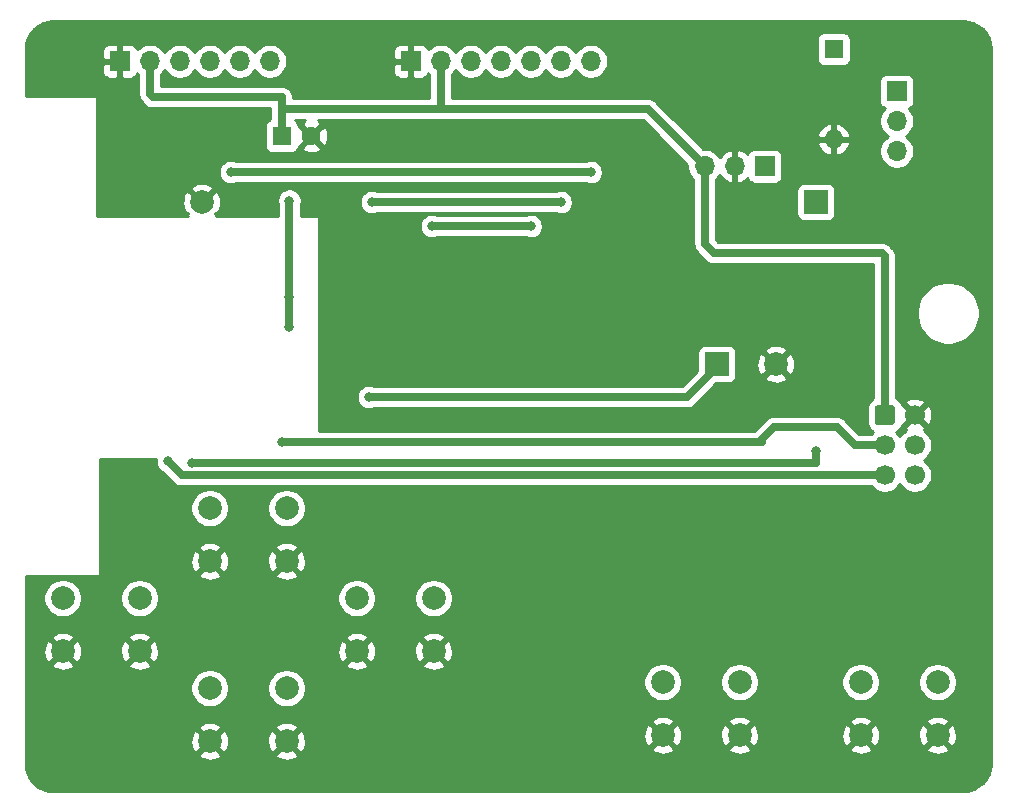
<source format=gbl>
G04 #@! TF.GenerationSoftware,KiCad,Pcbnew,5.1.9+dfsg1-1*
G04 #@! TF.CreationDate,2022-04-23T11:51:13+01:00*
G04 #@! TF.ProjectId,dmb2022,646d6232-3032-4322-9e6b-696361645f70,rev?*
G04 #@! TF.SameCoordinates,Original*
G04 #@! TF.FileFunction,Copper,L2,Bot*
G04 #@! TF.FilePolarity,Positive*
%FSLAX46Y46*%
G04 Gerber Fmt 4.6, Leading zero omitted, Abs format (unit mm)*
G04 Created by KiCad (PCBNEW 5.1.9+dfsg1-1) date 2022-04-23 11:51:13*
%MOMM*%
%LPD*%
G01*
G04 APERTURE LIST*
G04 #@! TA.AperFunction,ComponentPad*
%ADD10O,1.600000X1.600000*%
G04 #@! TD*
G04 #@! TA.AperFunction,ComponentPad*
%ADD11R,1.600000X1.600000*%
G04 #@! TD*
G04 #@! TA.AperFunction,ComponentPad*
%ADD12R,2.000000X2.000000*%
G04 #@! TD*
G04 #@! TA.AperFunction,ComponentPad*
%ADD13C,2.000000*%
G04 #@! TD*
G04 #@! TA.AperFunction,ComponentPad*
%ADD14C,1.600000*%
G04 #@! TD*
G04 #@! TA.AperFunction,ComponentPad*
%ADD15O,1.700000X1.700000*%
G04 #@! TD*
G04 #@! TA.AperFunction,ComponentPad*
%ADD16R,1.700000X1.700000*%
G04 #@! TD*
G04 #@! TA.AperFunction,ComponentPad*
%ADD17C,1.700000*%
G04 #@! TD*
G04 #@! TA.AperFunction,ViaPad*
%ADD18C,0.800000*%
G04 #@! TD*
G04 #@! TA.AperFunction,Conductor*
%ADD19C,0.635000*%
G04 #@! TD*
G04 #@! TA.AperFunction,Conductor*
%ADD20C,0.500000*%
G04 #@! TD*
G04 #@! TA.AperFunction,Conductor*
%ADD21C,0.254000*%
G04 #@! TD*
G04 #@! TA.AperFunction,Conductor*
%ADD22C,0.150000*%
G04 #@! TD*
G04 APERTURE END LIST*
D10*
X242062000Y-73914000D03*
D11*
X242062000Y-66294000D03*
D12*
X240538000Y-79248000D03*
D13*
X188548000Y-79248000D03*
D14*
X197826000Y-73660000D03*
D11*
X195326000Y-73660000D03*
D15*
X231140000Y-76200000D03*
X233680000Y-76200000D03*
D16*
X236220000Y-76200000D03*
D15*
X221488000Y-67310000D03*
X218948000Y-67310000D03*
X216408000Y-67310000D03*
X213868000Y-67310000D03*
X211328000Y-67310000D03*
X208788000Y-67310000D03*
D16*
X206248000Y-67310000D03*
D13*
X237156000Y-92964000D03*
D12*
X232156000Y-92964000D03*
D17*
X248920000Y-102362000D03*
X248920000Y-99822000D03*
X248920000Y-97282000D03*
X246380000Y-102362000D03*
X246380000Y-99822000D03*
G04 #@! TA.AperFunction,ComponentPad*
G36*
G01*
X245530000Y-97882000D02*
X245530000Y-96682000D01*
G75*
G02*
X245780000Y-96432000I250000J0D01*
G01*
X246980000Y-96432000D01*
G75*
G02*
X247230000Y-96682000I0J-250000D01*
G01*
X247230000Y-97882000D01*
G75*
G02*
X246980000Y-98132000I-250000J0D01*
G01*
X245780000Y-98132000D01*
G75*
G02*
X245530000Y-97882000I0J250000D01*
G01*
G37*
G04 #@! TD.AperFunction*
D15*
X194310000Y-67310000D03*
X191770000Y-67310000D03*
X189230000Y-67310000D03*
X186690000Y-67310000D03*
X184150000Y-67310000D03*
D16*
X181610000Y-67310000D03*
D13*
X195730000Y-105156000D03*
X195730000Y-109656000D03*
X189230000Y-105156000D03*
X189230000Y-109656000D03*
D15*
X247396000Y-74930000D03*
X247396000Y-72390000D03*
D16*
X247396000Y-69850000D03*
D13*
X208176000Y-112776000D03*
X208176000Y-117276000D03*
X201676000Y-112776000D03*
X201676000Y-117276000D03*
X183284000Y-112776000D03*
X183284000Y-117276000D03*
X176784000Y-112776000D03*
X176784000Y-117276000D03*
X195730000Y-120396000D03*
X195730000Y-124896000D03*
X189230000Y-120396000D03*
X189230000Y-124896000D03*
X234084000Y-119888000D03*
X234084000Y-124388000D03*
X227584000Y-119888000D03*
X227584000Y-124388000D03*
X250848000Y-119888000D03*
X250848000Y-124388000D03*
X244348000Y-119888000D03*
X244348000Y-124388000D03*
D18*
X191008000Y-76708000D03*
X221488000Y-76708000D03*
X202946000Y-79248000D03*
X218948000Y-79248000D03*
X202692000Y-95758000D03*
X187706000Y-101346000D03*
X240538000Y-100330000D03*
X185674000Y-101190500D03*
X195326000Y-99568000D03*
X195966000Y-89784000D03*
X195966000Y-79126000D03*
X195966000Y-87244000D03*
X183134000Y-101600000D03*
X199390000Y-88392000D03*
X208026000Y-81280000D03*
X216408000Y-81280000D03*
D19*
X191008000Y-76708000D02*
X221488000Y-76708000D01*
X202946000Y-79248000D02*
X218948000Y-79248000D01*
X202692000Y-95758000D02*
X229616000Y-95758000D01*
X229616000Y-95758000D02*
X232156000Y-93218000D01*
X232156000Y-93218000D02*
X232156000Y-92964000D01*
X187706000Y-101346000D02*
X240538000Y-101346000D01*
X240538000Y-101346000D02*
X240538000Y-100330000D01*
X186845500Y-102362000D02*
X185674000Y-101190500D01*
X246380000Y-102362000D02*
X186845500Y-102362000D01*
X195326000Y-99568000D02*
X235966000Y-99568000D01*
X235966000Y-99568000D02*
X235966000Y-99314000D01*
X235966000Y-99314000D02*
X236982000Y-98298000D01*
X236982000Y-98298000D02*
X242316000Y-98298000D01*
X242316000Y-98298000D02*
X243840000Y-99822000D01*
X243840000Y-99822000D02*
X246380000Y-99822000D01*
X231140000Y-76200000D02*
X227584000Y-72644000D01*
X227584000Y-72644000D02*
X226314000Y-71374000D01*
X226314000Y-71374000D02*
X208788000Y-71374000D01*
X208788000Y-71374000D02*
X208788000Y-67564000D01*
X208788000Y-71374000D02*
X195326000Y-71374000D01*
D20*
X195326000Y-71374000D02*
X195326000Y-73660000D01*
D19*
X195326000Y-73660000D02*
X195326000Y-70358000D01*
X195326000Y-70358000D02*
X184404000Y-70358000D01*
X184404000Y-70358000D02*
X184150000Y-70104000D01*
X184150000Y-70104000D02*
X184150000Y-67310000D01*
X231140000Y-76200000D02*
X231140000Y-82804000D01*
X231140000Y-82804000D02*
X231902000Y-83566000D01*
X231902000Y-83566000D02*
X246126000Y-83566000D01*
X246126000Y-83566000D02*
X246380000Y-83820000D01*
X246380000Y-83820000D02*
X246380000Y-97282000D01*
X195966000Y-87244000D02*
X195966000Y-79126000D01*
X195966000Y-89784000D02*
X195966000Y-87244000D01*
X208026000Y-81280000D02*
X216408000Y-81280000D01*
D21*
X175988353Y-63931000D02*
X253017647Y-63931000D01*
X253111955Y-63921711D01*
X253447216Y-63954584D01*
X253892793Y-64089112D01*
X254303746Y-64307620D01*
X254664434Y-64601788D01*
X254961119Y-64960419D01*
X255182491Y-65369838D01*
X255320126Y-65814465D01*
X255356671Y-66162166D01*
X255347000Y-66260354D01*
X255347001Y-126779647D01*
X255356289Y-126873950D01*
X255323416Y-127209216D01*
X255188890Y-127654790D01*
X254970382Y-128065745D01*
X254676209Y-128426436D01*
X254317581Y-128723119D01*
X253908162Y-128944491D01*
X253463535Y-129082126D01*
X253115835Y-129118671D01*
X253017647Y-129109000D01*
X175988353Y-129109000D01*
X175894045Y-129118289D01*
X175558784Y-129085416D01*
X175113210Y-128950890D01*
X174702255Y-128732382D01*
X174341564Y-128438209D01*
X174044881Y-128079581D01*
X173823509Y-127670162D01*
X173685874Y-127225535D01*
X173649329Y-126877835D01*
X173659000Y-126779647D01*
X173659000Y-126031413D01*
X188274192Y-126031413D01*
X188369956Y-126295814D01*
X188659571Y-126436704D01*
X188971108Y-126518384D01*
X189292595Y-126537718D01*
X189611675Y-126493961D01*
X189916088Y-126388795D01*
X190090044Y-126295814D01*
X190185808Y-126031413D01*
X194774192Y-126031413D01*
X194869956Y-126295814D01*
X195159571Y-126436704D01*
X195471108Y-126518384D01*
X195792595Y-126537718D01*
X196111675Y-126493961D01*
X196416088Y-126388795D01*
X196590044Y-126295814D01*
X196685808Y-126031413D01*
X195730000Y-125075605D01*
X194774192Y-126031413D01*
X190185808Y-126031413D01*
X189230000Y-125075605D01*
X188274192Y-126031413D01*
X173659000Y-126031413D01*
X173659000Y-124958595D01*
X187588282Y-124958595D01*
X187632039Y-125277675D01*
X187737205Y-125582088D01*
X187830186Y-125756044D01*
X188094587Y-125851808D01*
X189050395Y-124896000D01*
X189409605Y-124896000D01*
X190365413Y-125851808D01*
X190629814Y-125756044D01*
X190770704Y-125466429D01*
X190852384Y-125154892D01*
X190864189Y-124958595D01*
X194088282Y-124958595D01*
X194132039Y-125277675D01*
X194237205Y-125582088D01*
X194330186Y-125756044D01*
X194594587Y-125851808D01*
X195550395Y-124896000D01*
X195909605Y-124896000D01*
X196865413Y-125851808D01*
X197129814Y-125756044D01*
X197242982Y-125523413D01*
X226628192Y-125523413D01*
X226723956Y-125787814D01*
X227013571Y-125928704D01*
X227325108Y-126010384D01*
X227646595Y-126029718D01*
X227965675Y-125985961D01*
X228270088Y-125880795D01*
X228444044Y-125787814D01*
X228539808Y-125523413D01*
X233128192Y-125523413D01*
X233223956Y-125787814D01*
X233513571Y-125928704D01*
X233825108Y-126010384D01*
X234146595Y-126029718D01*
X234465675Y-125985961D01*
X234770088Y-125880795D01*
X234944044Y-125787814D01*
X235039808Y-125523413D01*
X243392192Y-125523413D01*
X243487956Y-125787814D01*
X243777571Y-125928704D01*
X244089108Y-126010384D01*
X244410595Y-126029718D01*
X244729675Y-125985961D01*
X245034088Y-125880795D01*
X245208044Y-125787814D01*
X245303808Y-125523413D01*
X249892192Y-125523413D01*
X249987956Y-125787814D01*
X250277571Y-125928704D01*
X250589108Y-126010384D01*
X250910595Y-126029718D01*
X251229675Y-125985961D01*
X251534088Y-125880795D01*
X251708044Y-125787814D01*
X251803808Y-125523413D01*
X250848000Y-124567605D01*
X249892192Y-125523413D01*
X245303808Y-125523413D01*
X244348000Y-124567605D01*
X243392192Y-125523413D01*
X235039808Y-125523413D01*
X234084000Y-124567605D01*
X233128192Y-125523413D01*
X228539808Y-125523413D01*
X227584000Y-124567605D01*
X226628192Y-125523413D01*
X197242982Y-125523413D01*
X197270704Y-125466429D01*
X197352384Y-125154892D01*
X197371718Y-124833405D01*
X197327961Y-124514325D01*
X197305945Y-124450595D01*
X225942282Y-124450595D01*
X225986039Y-124769675D01*
X226091205Y-125074088D01*
X226184186Y-125248044D01*
X226448587Y-125343808D01*
X227404395Y-124388000D01*
X227763605Y-124388000D01*
X228719413Y-125343808D01*
X228983814Y-125248044D01*
X229124704Y-124958429D01*
X229206384Y-124646892D01*
X229218189Y-124450595D01*
X232442282Y-124450595D01*
X232486039Y-124769675D01*
X232591205Y-125074088D01*
X232684186Y-125248044D01*
X232948587Y-125343808D01*
X233904395Y-124388000D01*
X234263605Y-124388000D01*
X235219413Y-125343808D01*
X235483814Y-125248044D01*
X235624704Y-124958429D01*
X235706384Y-124646892D01*
X235718189Y-124450595D01*
X242706282Y-124450595D01*
X242750039Y-124769675D01*
X242855205Y-125074088D01*
X242948186Y-125248044D01*
X243212587Y-125343808D01*
X244168395Y-124388000D01*
X244527605Y-124388000D01*
X245483413Y-125343808D01*
X245747814Y-125248044D01*
X245888704Y-124958429D01*
X245970384Y-124646892D01*
X245982189Y-124450595D01*
X249206282Y-124450595D01*
X249250039Y-124769675D01*
X249355205Y-125074088D01*
X249448186Y-125248044D01*
X249712587Y-125343808D01*
X250668395Y-124388000D01*
X251027605Y-124388000D01*
X251983413Y-125343808D01*
X252247814Y-125248044D01*
X252388704Y-124958429D01*
X252470384Y-124646892D01*
X252489718Y-124325405D01*
X252445961Y-124006325D01*
X252340795Y-123701912D01*
X252247814Y-123527956D01*
X251983413Y-123432192D01*
X251027605Y-124388000D01*
X250668395Y-124388000D01*
X249712587Y-123432192D01*
X249448186Y-123527956D01*
X249307296Y-123817571D01*
X249225616Y-124129108D01*
X249206282Y-124450595D01*
X245982189Y-124450595D01*
X245989718Y-124325405D01*
X245945961Y-124006325D01*
X245840795Y-123701912D01*
X245747814Y-123527956D01*
X245483413Y-123432192D01*
X244527605Y-124388000D01*
X244168395Y-124388000D01*
X243212587Y-123432192D01*
X242948186Y-123527956D01*
X242807296Y-123817571D01*
X242725616Y-124129108D01*
X242706282Y-124450595D01*
X235718189Y-124450595D01*
X235725718Y-124325405D01*
X235681961Y-124006325D01*
X235576795Y-123701912D01*
X235483814Y-123527956D01*
X235219413Y-123432192D01*
X234263605Y-124388000D01*
X233904395Y-124388000D01*
X232948587Y-123432192D01*
X232684186Y-123527956D01*
X232543296Y-123817571D01*
X232461616Y-124129108D01*
X232442282Y-124450595D01*
X229218189Y-124450595D01*
X229225718Y-124325405D01*
X229181961Y-124006325D01*
X229076795Y-123701912D01*
X228983814Y-123527956D01*
X228719413Y-123432192D01*
X227763605Y-124388000D01*
X227404395Y-124388000D01*
X226448587Y-123432192D01*
X226184186Y-123527956D01*
X226043296Y-123817571D01*
X225961616Y-124129108D01*
X225942282Y-124450595D01*
X197305945Y-124450595D01*
X197222795Y-124209912D01*
X197129814Y-124035956D01*
X196865413Y-123940192D01*
X195909605Y-124896000D01*
X195550395Y-124896000D01*
X194594587Y-123940192D01*
X194330186Y-124035956D01*
X194189296Y-124325571D01*
X194107616Y-124637108D01*
X194088282Y-124958595D01*
X190864189Y-124958595D01*
X190871718Y-124833405D01*
X190827961Y-124514325D01*
X190722795Y-124209912D01*
X190629814Y-124035956D01*
X190365413Y-123940192D01*
X189409605Y-124896000D01*
X189050395Y-124896000D01*
X188094587Y-123940192D01*
X187830186Y-124035956D01*
X187689296Y-124325571D01*
X187607616Y-124637108D01*
X187588282Y-124958595D01*
X173659000Y-124958595D01*
X173659000Y-123760587D01*
X188274192Y-123760587D01*
X189230000Y-124716395D01*
X190185808Y-123760587D01*
X194774192Y-123760587D01*
X195730000Y-124716395D01*
X196685808Y-123760587D01*
X196590044Y-123496186D01*
X196300429Y-123355296D01*
X195988892Y-123273616D01*
X195667405Y-123254282D01*
X195348325Y-123298039D01*
X195043912Y-123403205D01*
X194869956Y-123496186D01*
X194774192Y-123760587D01*
X190185808Y-123760587D01*
X190090044Y-123496186D01*
X189800429Y-123355296D01*
X189488892Y-123273616D01*
X189167405Y-123254282D01*
X188848325Y-123298039D01*
X188543912Y-123403205D01*
X188369956Y-123496186D01*
X188274192Y-123760587D01*
X173659000Y-123760587D01*
X173659000Y-123252587D01*
X226628192Y-123252587D01*
X227584000Y-124208395D01*
X228539808Y-123252587D01*
X233128192Y-123252587D01*
X234084000Y-124208395D01*
X235039808Y-123252587D01*
X243392192Y-123252587D01*
X244348000Y-124208395D01*
X245303808Y-123252587D01*
X249892192Y-123252587D01*
X250848000Y-124208395D01*
X251803808Y-123252587D01*
X251708044Y-122988186D01*
X251418429Y-122847296D01*
X251106892Y-122765616D01*
X250785405Y-122746282D01*
X250466325Y-122790039D01*
X250161912Y-122895205D01*
X249987956Y-122988186D01*
X249892192Y-123252587D01*
X245303808Y-123252587D01*
X245208044Y-122988186D01*
X244918429Y-122847296D01*
X244606892Y-122765616D01*
X244285405Y-122746282D01*
X243966325Y-122790039D01*
X243661912Y-122895205D01*
X243487956Y-122988186D01*
X243392192Y-123252587D01*
X235039808Y-123252587D01*
X234944044Y-122988186D01*
X234654429Y-122847296D01*
X234342892Y-122765616D01*
X234021405Y-122746282D01*
X233702325Y-122790039D01*
X233397912Y-122895205D01*
X233223956Y-122988186D01*
X233128192Y-123252587D01*
X228539808Y-123252587D01*
X228444044Y-122988186D01*
X228154429Y-122847296D01*
X227842892Y-122765616D01*
X227521405Y-122746282D01*
X227202325Y-122790039D01*
X226897912Y-122895205D01*
X226723956Y-122988186D01*
X226628192Y-123252587D01*
X173659000Y-123252587D01*
X173659000Y-120234967D01*
X187595000Y-120234967D01*
X187595000Y-120557033D01*
X187657832Y-120872912D01*
X187781082Y-121170463D01*
X187960013Y-121438252D01*
X188187748Y-121665987D01*
X188455537Y-121844918D01*
X188753088Y-121968168D01*
X189068967Y-122031000D01*
X189391033Y-122031000D01*
X189706912Y-121968168D01*
X190004463Y-121844918D01*
X190272252Y-121665987D01*
X190499987Y-121438252D01*
X190678918Y-121170463D01*
X190802168Y-120872912D01*
X190865000Y-120557033D01*
X190865000Y-120234967D01*
X194095000Y-120234967D01*
X194095000Y-120557033D01*
X194157832Y-120872912D01*
X194281082Y-121170463D01*
X194460013Y-121438252D01*
X194687748Y-121665987D01*
X194955537Y-121844918D01*
X195253088Y-121968168D01*
X195568967Y-122031000D01*
X195891033Y-122031000D01*
X196206912Y-121968168D01*
X196504463Y-121844918D01*
X196772252Y-121665987D01*
X196999987Y-121438252D01*
X197178918Y-121170463D01*
X197302168Y-120872912D01*
X197365000Y-120557033D01*
X197365000Y-120234967D01*
X197302168Y-119919088D01*
X197222589Y-119726967D01*
X225949000Y-119726967D01*
X225949000Y-120049033D01*
X226011832Y-120364912D01*
X226135082Y-120662463D01*
X226314013Y-120930252D01*
X226541748Y-121157987D01*
X226809537Y-121336918D01*
X227107088Y-121460168D01*
X227422967Y-121523000D01*
X227745033Y-121523000D01*
X228060912Y-121460168D01*
X228358463Y-121336918D01*
X228626252Y-121157987D01*
X228853987Y-120930252D01*
X229032918Y-120662463D01*
X229156168Y-120364912D01*
X229219000Y-120049033D01*
X229219000Y-119726967D01*
X232449000Y-119726967D01*
X232449000Y-120049033D01*
X232511832Y-120364912D01*
X232635082Y-120662463D01*
X232814013Y-120930252D01*
X233041748Y-121157987D01*
X233309537Y-121336918D01*
X233607088Y-121460168D01*
X233922967Y-121523000D01*
X234245033Y-121523000D01*
X234560912Y-121460168D01*
X234858463Y-121336918D01*
X235126252Y-121157987D01*
X235353987Y-120930252D01*
X235532918Y-120662463D01*
X235656168Y-120364912D01*
X235719000Y-120049033D01*
X235719000Y-119726967D01*
X242713000Y-119726967D01*
X242713000Y-120049033D01*
X242775832Y-120364912D01*
X242899082Y-120662463D01*
X243078013Y-120930252D01*
X243305748Y-121157987D01*
X243573537Y-121336918D01*
X243871088Y-121460168D01*
X244186967Y-121523000D01*
X244509033Y-121523000D01*
X244824912Y-121460168D01*
X245122463Y-121336918D01*
X245390252Y-121157987D01*
X245617987Y-120930252D01*
X245796918Y-120662463D01*
X245920168Y-120364912D01*
X245983000Y-120049033D01*
X245983000Y-119726967D01*
X249213000Y-119726967D01*
X249213000Y-120049033D01*
X249275832Y-120364912D01*
X249399082Y-120662463D01*
X249578013Y-120930252D01*
X249805748Y-121157987D01*
X250073537Y-121336918D01*
X250371088Y-121460168D01*
X250686967Y-121523000D01*
X251009033Y-121523000D01*
X251324912Y-121460168D01*
X251622463Y-121336918D01*
X251890252Y-121157987D01*
X252117987Y-120930252D01*
X252296918Y-120662463D01*
X252420168Y-120364912D01*
X252483000Y-120049033D01*
X252483000Y-119726967D01*
X252420168Y-119411088D01*
X252296918Y-119113537D01*
X252117987Y-118845748D01*
X251890252Y-118618013D01*
X251622463Y-118439082D01*
X251324912Y-118315832D01*
X251009033Y-118253000D01*
X250686967Y-118253000D01*
X250371088Y-118315832D01*
X250073537Y-118439082D01*
X249805748Y-118618013D01*
X249578013Y-118845748D01*
X249399082Y-119113537D01*
X249275832Y-119411088D01*
X249213000Y-119726967D01*
X245983000Y-119726967D01*
X245920168Y-119411088D01*
X245796918Y-119113537D01*
X245617987Y-118845748D01*
X245390252Y-118618013D01*
X245122463Y-118439082D01*
X244824912Y-118315832D01*
X244509033Y-118253000D01*
X244186967Y-118253000D01*
X243871088Y-118315832D01*
X243573537Y-118439082D01*
X243305748Y-118618013D01*
X243078013Y-118845748D01*
X242899082Y-119113537D01*
X242775832Y-119411088D01*
X242713000Y-119726967D01*
X235719000Y-119726967D01*
X235656168Y-119411088D01*
X235532918Y-119113537D01*
X235353987Y-118845748D01*
X235126252Y-118618013D01*
X234858463Y-118439082D01*
X234560912Y-118315832D01*
X234245033Y-118253000D01*
X233922967Y-118253000D01*
X233607088Y-118315832D01*
X233309537Y-118439082D01*
X233041748Y-118618013D01*
X232814013Y-118845748D01*
X232635082Y-119113537D01*
X232511832Y-119411088D01*
X232449000Y-119726967D01*
X229219000Y-119726967D01*
X229156168Y-119411088D01*
X229032918Y-119113537D01*
X228853987Y-118845748D01*
X228626252Y-118618013D01*
X228358463Y-118439082D01*
X228060912Y-118315832D01*
X227745033Y-118253000D01*
X227422967Y-118253000D01*
X227107088Y-118315832D01*
X226809537Y-118439082D01*
X226541748Y-118618013D01*
X226314013Y-118845748D01*
X226135082Y-119113537D01*
X226011832Y-119411088D01*
X225949000Y-119726967D01*
X197222589Y-119726967D01*
X197178918Y-119621537D01*
X196999987Y-119353748D01*
X196772252Y-119126013D01*
X196504463Y-118947082D01*
X196206912Y-118823832D01*
X195891033Y-118761000D01*
X195568967Y-118761000D01*
X195253088Y-118823832D01*
X194955537Y-118947082D01*
X194687748Y-119126013D01*
X194460013Y-119353748D01*
X194281082Y-119621537D01*
X194157832Y-119919088D01*
X194095000Y-120234967D01*
X190865000Y-120234967D01*
X190802168Y-119919088D01*
X190678918Y-119621537D01*
X190499987Y-119353748D01*
X190272252Y-119126013D01*
X190004463Y-118947082D01*
X189706912Y-118823832D01*
X189391033Y-118761000D01*
X189068967Y-118761000D01*
X188753088Y-118823832D01*
X188455537Y-118947082D01*
X188187748Y-119126013D01*
X187960013Y-119353748D01*
X187781082Y-119621537D01*
X187657832Y-119919088D01*
X187595000Y-120234967D01*
X173659000Y-120234967D01*
X173659000Y-118411413D01*
X175828192Y-118411413D01*
X175923956Y-118675814D01*
X176213571Y-118816704D01*
X176525108Y-118898384D01*
X176846595Y-118917718D01*
X177165675Y-118873961D01*
X177470088Y-118768795D01*
X177644044Y-118675814D01*
X177739808Y-118411413D01*
X182328192Y-118411413D01*
X182423956Y-118675814D01*
X182713571Y-118816704D01*
X183025108Y-118898384D01*
X183346595Y-118917718D01*
X183665675Y-118873961D01*
X183970088Y-118768795D01*
X184144044Y-118675814D01*
X184239808Y-118411413D01*
X200720192Y-118411413D01*
X200815956Y-118675814D01*
X201105571Y-118816704D01*
X201417108Y-118898384D01*
X201738595Y-118917718D01*
X202057675Y-118873961D01*
X202362088Y-118768795D01*
X202536044Y-118675814D01*
X202631808Y-118411413D01*
X207220192Y-118411413D01*
X207315956Y-118675814D01*
X207605571Y-118816704D01*
X207917108Y-118898384D01*
X208238595Y-118917718D01*
X208557675Y-118873961D01*
X208862088Y-118768795D01*
X209036044Y-118675814D01*
X209131808Y-118411413D01*
X208176000Y-117455605D01*
X207220192Y-118411413D01*
X202631808Y-118411413D01*
X201676000Y-117455605D01*
X200720192Y-118411413D01*
X184239808Y-118411413D01*
X183284000Y-117455605D01*
X182328192Y-118411413D01*
X177739808Y-118411413D01*
X176784000Y-117455605D01*
X175828192Y-118411413D01*
X173659000Y-118411413D01*
X173659000Y-117338595D01*
X175142282Y-117338595D01*
X175186039Y-117657675D01*
X175291205Y-117962088D01*
X175384186Y-118136044D01*
X175648587Y-118231808D01*
X176604395Y-117276000D01*
X176963605Y-117276000D01*
X177919413Y-118231808D01*
X178183814Y-118136044D01*
X178324704Y-117846429D01*
X178406384Y-117534892D01*
X178418189Y-117338595D01*
X181642282Y-117338595D01*
X181686039Y-117657675D01*
X181791205Y-117962088D01*
X181884186Y-118136044D01*
X182148587Y-118231808D01*
X183104395Y-117276000D01*
X183463605Y-117276000D01*
X184419413Y-118231808D01*
X184683814Y-118136044D01*
X184824704Y-117846429D01*
X184906384Y-117534892D01*
X184918189Y-117338595D01*
X200034282Y-117338595D01*
X200078039Y-117657675D01*
X200183205Y-117962088D01*
X200276186Y-118136044D01*
X200540587Y-118231808D01*
X201496395Y-117276000D01*
X201855605Y-117276000D01*
X202811413Y-118231808D01*
X203075814Y-118136044D01*
X203216704Y-117846429D01*
X203298384Y-117534892D01*
X203310189Y-117338595D01*
X206534282Y-117338595D01*
X206578039Y-117657675D01*
X206683205Y-117962088D01*
X206776186Y-118136044D01*
X207040587Y-118231808D01*
X207996395Y-117276000D01*
X208355605Y-117276000D01*
X209311413Y-118231808D01*
X209575814Y-118136044D01*
X209716704Y-117846429D01*
X209798384Y-117534892D01*
X209817718Y-117213405D01*
X209773961Y-116894325D01*
X209668795Y-116589912D01*
X209575814Y-116415956D01*
X209311413Y-116320192D01*
X208355605Y-117276000D01*
X207996395Y-117276000D01*
X207040587Y-116320192D01*
X206776186Y-116415956D01*
X206635296Y-116705571D01*
X206553616Y-117017108D01*
X206534282Y-117338595D01*
X203310189Y-117338595D01*
X203317718Y-117213405D01*
X203273961Y-116894325D01*
X203168795Y-116589912D01*
X203075814Y-116415956D01*
X202811413Y-116320192D01*
X201855605Y-117276000D01*
X201496395Y-117276000D01*
X200540587Y-116320192D01*
X200276186Y-116415956D01*
X200135296Y-116705571D01*
X200053616Y-117017108D01*
X200034282Y-117338595D01*
X184918189Y-117338595D01*
X184925718Y-117213405D01*
X184881961Y-116894325D01*
X184776795Y-116589912D01*
X184683814Y-116415956D01*
X184419413Y-116320192D01*
X183463605Y-117276000D01*
X183104395Y-117276000D01*
X182148587Y-116320192D01*
X181884186Y-116415956D01*
X181743296Y-116705571D01*
X181661616Y-117017108D01*
X181642282Y-117338595D01*
X178418189Y-117338595D01*
X178425718Y-117213405D01*
X178381961Y-116894325D01*
X178276795Y-116589912D01*
X178183814Y-116415956D01*
X177919413Y-116320192D01*
X176963605Y-117276000D01*
X176604395Y-117276000D01*
X175648587Y-116320192D01*
X175384186Y-116415956D01*
X175243296Y-116705571D01*
X175161616Y-117017108D01*
X175142282Y-117338595D01*
X173659000Y-117338595D01*
X173659000Y-116140587D01*
X175828192Y-116140587D01*
X176784000Y-117096395D01*
X177739808Y-116140587D01*
X182328192Y-116140587D01*
X183284000Y-117096395D01*
X184239808Y-116140587D01*
X200720192Y-116140587D01*
X201676000Y-117096395D01*
X202631808Y-116140587D01*
X207220192Y-116140587D01*
X208176000Y-117096395D01*
X209131808Y-116140587D01*
X209036044Y-115876186D01*
X208746429Y-115735296D01*
X208434892Y-115653616D01*
X208113405Y-115634282D01*
X207794325Y-115678039D01*
X207489912Y-115783205D01*
X207315956Y-115876186D01*
X207220192Y-116140587D01*
X202631808Y-116140587D01*
X202536044Y-115876186D01*
X202246429Y-115735296D01*
X201934892Y-115653616D01*
X201613405Y-115634282D01*
X201294325Y-115678039D01*
X200989912Y-115783205D01*
X200815956Y-115876186D01*
X200720192Y-116140587D01*
X184239808Y-116140587D01*
X184144044Y-115876186D01*
X183854429Y-115735296D01*
X183542892Y-115653616D01*
X183221405Y-115634282D01*
X182902325Y-115678039D01*
X182597912Y-115783205D01*
X182423956Y-115876186D01*
X182328192Y-116140587D01*
X177739808Y-116140587D01*
X177644044Y-115876186D01*
X177354429Y-115735296D01*
X177042892Y-115653616D01*
X176721405Y-115634282D01*
X176402325Y-115678039D01*
X176097912Y-115783205D01*
X175923956Y-115876186D01*
X175828192Y-116140587D01*
X173659000Y-116140587D01*
X173659000Y-112614967D01*
X175149000Y-112614967D01*
X175149000Y-112937033D01*
X175211832Y-113252912D01*
X175335082Y-113550463D01*
X175514013Y-113818252D01*
X175741748Y-114045987D01*
X176009537Y-114224918D01*
X176307088Y-114348168D01*
X176622967Y-114411000D01*
X176945033Y-114411000D01*
X177260912Y-114348168D01*
X177558463Y-114224918D01*
X177826252Y-114045987D01*
X178053987Y-113818252D01*
X178232918Y-113550463D01*
X178356168Y-113252912D01*
X178419000Y-112937033D01*
X178419000Y-112614967D01*
X181649000Y-112614967D01*
X181649000Y-112937033D01*
X181711832Y-113252912D01*
X181835082Y-113550463D01*
X182014013Y-113818252D01*
X182241748Y-114045987D01*
X182509537Y-114224918D01*
X182807088Y-114348168D01*
X183122967Y-114411000D01*
X183445033Y-114411000D01*
X183760912Y-114348168D01*
X184058463Y-114224918D01*
X184326252Y-114045987D01*
X184553987Y-113818252D01*
X184732918Y-113550463D01*
X184856168Y-113252912D01*
X184919000Y-112937033D01*
X184919000Y-112614967D01*
X200041000Y-112614967D01*
X200041000Y-112937033D01*
X200103832Y-113252912D01*
X200227082Y-113550463D01*
X200406013Y-113818252D01*
X200633748Y-114045987D01*
X200901537Y-114224918D01*
X201199088Y-114348168D01*
X201514967Y-114411000D01*
X201837033Y-114411000D01*
X202152912Y-114348168D01*
X202450463Y-114224918D01*
X202718252Y-114045987D01*
X202945987Y-113818252D01*
X203124918Y-113550463D01*
X203248168Y-113252912D01*
X203311000Y-112937033D01*
X203311000Y-112614967D01*
X206541000Y-112614967D01*
X206541000Y-112937033D01*
X206603832Y-113252912D01*
X206727082Y-113550463D01*
X206906013Y-113818252D01*
X207133748Y-114045987D01*
X207401537Y-114224918D01*
X207699088Y-114348168D01*
X208014967Y-114411000D01*
X208337033Y-114411000D01*
X208652912Y-114348168D01*
X208950463Y-114224918D01*
X209218252Y-114045987D01*
X209445987Y-113818252D01*
X209624918Y-113550463D01*
X209748168Y-113252912D01*
X209811000Y-112937033D01*
X209811000Y-112614967D01*
X209748168Y-112299088D01*
X209624918Y-112001537D01*
X209445987Y-111733748D01*
X209218252Y-111506013D01*
X208950463Y-111327082D01*
X208652912Y-111203832D01*
X208337033Y-111141000D01*
X208014967Y-111141000D01*
X207699088Y-111203832D01*
X207401537Y-111327082D01*
X207133748Y-111506013D01*
X206906013Y-111733748D01*
X206727082Y-112001537D01*
X206603832Y-112299088D01*
X206541000Y-112614967D01*
X203311000Y-112614967D01*
X203248168Y-112299088D01*
X203124918Y-112001537D01*
X202945987Y-111733748D01*
X202718252Y-111506013D01*
X202450463Y-111327082D01*
X202152912Y-111203832D01*
X201837033Y-111141000D01*
X201514967Y-111141000D01*
X201199088Y-111203832D01*
X200901537Y-111327082D01*
X200633748Y-111506013D01*
X200406013Y-111733748D01*
X200227082Y-112001537D01*
X200103832Y-112299088D01*
X200041000Y-112614967D01*
X184919000Y-112614967D01*
X184856168Y-112299088D01*
X184732918Y-112001537D01*
X184553987Y-111733748D01*
X184326252Y-111506013D01*
X184058463Y-111327082D01*
X183760912Y-111203832D01*
X183445033Y-111141000D01*
X183122967Y-111141000D01*
X182807088Y-111203832D01*
X182509537Y-111327082D01*
X182241748Y-111506013D01*
X182014013Y-111733748D01*
X181835082Y-112001537D01*
X181711832Y-112299088D01*
X181649000Y-112614967D01*
X178419000Y-112614967D01*
X178356168Y-112299088D01*
X178232918Y-112001537D01*
X178053987Y-111733748D01*
X177826252Y-111506013D01*
X177558463Y-111327082D01*
X177260912Y-111203832D01*
X176945033Y-111141000D01*
X176622967Y-111141000D01*
X176307088Y-111203832D01*
X176009537Y-111327082D01*
X175741748Y-111506013D01*
X175514013Y-111733748D01*
X175335082Y-112001537D01*
X175211832Y-112299088D01*
X175149000Y-112614967D01*
X173659000Y-112614967D01*
X173659000Y-110871000D01*
X179832000Y-110871000D01*
X179856776Y-110868560D01*
X179880601Y-110861333D01*
X179902557Y-110849597D01*
X179921803Y-110833803D01*
X179937597Y-110814557D01*
X179949333Y-110792601D01*
X179949693Y-110791413D01*
X188274192Y-110791413D01*
X188369956Y-111055814D01*
X188659571Y-111196704D01*
X188971108Y-111278384D01*
X189292595Y-111297718D01*
X189611675Y-111253961D01*
X189916088Y-111148795D01*
X190090044Y-111055814D01*
X190185808Y-110791413D01*
X194774192Y-110791413D01*
X194869956Y-111055814D01*
X195159571Y-111196704D01*
X195471108Y-111278384D01*
X195792595Y-111297718D01*
X196111675Y-111253961D01*
X196416088Y-111148795D01*
X196590044Y-111055814D01*
X196685808Y-110791413D01*
X195730000Y-109835605D01*
X194774192Y-110791413D01*
X190185808Y-110791413D01*
X189230000Y-109835605D01*
X188274192Y-110791413D01*
X179949693Y-110791413D01*
X179956560Y-110768776D01*
X179959000Y-110744000D01*
X179959000Y-109718595D01*
X187588282Y-109718595D01*
X187632039Y-110037675D01*
X187737205Y-110342088D01*
X187830186Y-110516044D01*
X188094587Y-110611808D01*
X189050395Y-109656000D01*
X189409605Y-109656000D01*
X190365413Y-110611808D01*
X190629814Y-110516044D01*
X190770704Y-110226429D01*
X190852384Y-109914892D01*
X190864189Y-109718595D01*
X194088282Y-109718595D01*
X194132039Y-110037675D01*
X194237205Y-110342088D01*
X194330186Y-110516044D01*
X194594587Y-110611808D01*
X195550395Y-109656000D01*
X195909605Y-109656000D01*
X196865413Y-110611808D01*
X197129814Y-110516044D01*
X197270704Y-110226429D01*
X197352384Y-109914892D01*
X197371718Y-109593405D01*
X197327961Y-109274325D01*
X197222795Y-108969912D01*
X197129814Y-108795956D01*
X196865413Y-108700192D01*
X195909605Y-109656000D01*
X195550395Y-109656000D01*
X194594587Y-108700192D01*
X194330186Y-108795956D01*
X194189296Y-109085571D01*
X194107616Y-109397108D01*
X194088282Y-109718595D01*
X190864189Y-109718595D01*
X190871718Y-109593405D01*
X190827961Y-109274325D01*
X190722795Y-108969912D01*
X190629814Y-108795956D01*
X190365413Y-108700192D01*
X189409605Y-109656000D01*
X189050395Y-109656000D01*
X188094587Y-108700192D01*
X187830186Y-108795956D01*
X187689296Y-109085571D01*
X187607616Y-109397108D01*
X187588282Y-109718595D01*
X179959000Y-109718595D01*
X179959000Y-108520587D01*
X188274192Y-108520587D01*
X189230000Y-109476395D01*
X190185808Y-108520587D01*
X194774192Y-108520587D01*
X195730000Y-109476395D01*
X196685808Y-108520587D01*
X196590044Y-108256186D01*
X196300429Y-108115296D01*
X195988892Y-108033616D01*
X195667405Y-108014282D01*
X195348325Y-108058039D01*
X195043912Y-108163205D01*
X194869956Y-108256186D01*
X194774192Y-108520587D01*
X190185808Y-108520587D01*
X190090044Y-108256186D01*
X189800429Y-108115296D01*
X189488892Y-108033616D01*
X189167405Y-108014282D01*
X188848325Y-108058039D01*
X188543912Y-108163205D01*
X188369956Y-108256186D01*
X188274192Y-108520587D01*
X179959000Y-108520587D01*
X179959000Y-104994967D01*
X187595000Y-104994967D01*
X187595000Y-105317033D01*
X187657832Y-105632912D01*
X187781082Y-105930463D01*
X187960013Y-106198252D01*
X188187748Y-106425987D01*
X188455537Y-106604918D01*
X188753088Y-106728168D01*
X189068967Y-106791000D01*
X189391033Y-106791000D01*
X189706912Y-106728168D01*
X190004463Y-106604918D01*
X190272252Y-106425987D01*
X190499987Y-106198252D01*
X190678918Y-105930463D01*
X190802168Y-105632912D01*
X190865000Y-105317033D01*
X190865000Y-104994967D01*
X194095000Y-104994967D01*
X194095000Y-105317033D01*
X194157832Y-105632912D01*
X194281082Y-105930463D01*
X194460013Y-106198252D01*
X194687748Y-106425987D01*
X194955537Y-106604918D01*
X195253088Y-106728168D01*
X195568967Y-106791000D01*
X195891033Y-106791000D01*
X196206912Y-106728168D01*
X196504463Y-106604918D01*
X196772252Y-106425987D01*
X196999987Y-106198252D01*
X197178918Y-105930463D01*
X197302168Y-105632912D01*
X197365000Y-105317033D01*
X197365000Y-104994967D01*
X197302168Y-104679088D01*
X197178918Y-104381537D01*
X196999987Y-104113748D01*
X196772252Y-103886013D01*
X196504463Y-103707082D01*
X196206912Y-103583832D01*
X195891033Y-103521000D01*
X195568967Y-103521000D01*
X195253088Y-103583832D01*
X194955537Y-103707082D01*
X194687748Y-103886013D01*
X194460013Y-104113748D01*
X194281082Y-104381537D01*
X194157832Y-104679088D01*
X194095000Y-104994967D01*
X190865000Y-104994967D01*
X190802168Y-104679088D01*
X190678918Y-104381537D01*
X190499987Y-104113748D01*
X190272252Y-103886013D01*
X190004463Y-103707082D01*
X189706912Y-103583832D01*
X189391033Y-103521000D01*
X189068967Y-103521000D01*
X188753088Y-103583832D01*
X188455537Y-103707082D01*
X188187748Y-103886013D01*
X187960013Y-104113748D01*
X187781082Y-104381537D01*
X187657832Y-104679088D01*
X187595000Y-104994967D01*
X179959000Y-104994967D01*
X179959000Y-100965000D01*
X184663578Y-100965000D01*
X184639000Y-101088561D01*
X184639000Y-101292439D01*
X184678774Y-101492398D01*
X184756795Y-101680756D01*
X184870063Y-101850274D01*
X185014226Y-101994437D01*
X185183744Y-102107705D01*
X185286893Y-102150431D01*
X186138897Y-103002436D01*
X186168722Y-103038778D01*
X186313759Y-103157806D01*
X186479231Y-103246252D01*
X186658777Y-103300717D01*
X186845499Y-103319108D01*
X186892284Y-103314500D01*
X245232393Y-103314500D01*
X245433368Y-103515475D01*
X245676589Y-103677990D01*
X245946842Y-103789932D01*
X246233740Y-103847000D01*
X246526260Y-103847000D01*
X246813158Y-103789932D01*
X247083411Y-103677990D01*
X247326632Y-103515475D01*
X247533475Y-103308632D01*
X247650000Y-103134240D01*
X247766525Y-103308632D01*
X247973368Y-103515475D01*
X248216589Y-103677990D01*
X248486842Y-103789932D01*
X248773740Y-103847000D01*
X249066260Y-103847000D01*
X249353158Y-103789932D01*
X249623411Y-103677990D01*
X249866632Y-103515475D01*
X250073475Y-103308632D01*
X250235990Y-103065411D01*
X250347932Y-102795158D01*
X250405000Y-102508260D01*
X250405000Y-102215740D01*
X250347932Y-101928842D01*
X250235990Y-101658589D01*
X250073475Y-101415368D01*
X249866632Y-101208525D01*
X249692240Y-101092000D01*
X249866632Y-100975475D01*
X250073475Y-100768632D01*
X250235990Y-100525411D01*
X250347932Y-100255158D01*
X250405000Y-99968260D01*
X250405000Y-99675740D01*
X250347932Y-99388842D01*
X250235990Y-99118589D01*
X250073475Y-98875368D01*
X249866632Y-98668525D01*
X249693271Y-98552689D01*
X249768792Y-98310397D01*
X248920000Y-97461605D01*
X248071208Y-98310397D01*
X248146729Y-98552689D01*
X247973368Y-98668525D01*
X247766525Y-98875368D01*
X247650000Y-99049760D01*
X247533475Y-98875368D01*
X247346392Y-98688285D01*
X247473386Y-98620405D01*
X247607962Y-98509962D01*
X247718405Y-98375386D01*
X247800472Y-98221850D01*
X247833580Y-98112707D01*
X247891603Y-98130792D01*
X248740395Y-97282000D01*
X249099605Y-97282000D01*
X249948397Y-98130792D01*
X250197472Y-98053157D01*
X250323371Y-97789117D01*
X250395339Y-97505589D01*
X250410611Y-97213469D01*
X250368599Y-96923981D01*
X250270919Y-96648253D01*
X250197472Y-96510843D01*
X249948397Y-96433208D01*
X249099605Y-97282000D01*
X248740395Y-97282000D01*
X247891603Y-96433208D01*
X247833580Y-96451293D01*
X247800472Y-96342150D01*
X247753143Y-96253603D01*
X248071208Y-96253603D01*
X248920000Y-97102395D01*
X249768792Y-96253603D01*
X249691157Y-96004528D01*
X249427117Y-95878629D01*
X249143589Y-95806661D01*
X248851469Y-95791389D01*
X248561981Y-95833401D01*
X248286253Y-95931081D01*
X248148843Y-96004528D01*
X248071208Y-96253603D01*
X247753143Y-96253603D01*
X247718405Y-96188614D01*
X247607962Y-96054038D01*
X247473386Y-95943595D01*
X247332500Y-95868290D01*
X247332500Y-88383314D01*
X249078905Y-88383314D01*
X249078905Y-88908686D01*
X249181400Y-89423963D01*
X249382451Y-89909343D01*
X249674332Y-90346174D01*
X250045826Y-90717668D01*
X250482657Y-91009549D01*
X250968037Y-91210600D01*
X251483314Y-91313095D01*
X252008686Y-91313095D01*
X252523963Y-91210600D01*
X253009343Y-91009549D01*
X253446174Y-90717668D01*
X253817668Y-90346174D01*
X254109549Y-89909343D01*
X254310600Y-89423963D01*
X254413095Y-88908686D01*
X254413095Y-88383314D01*
X254310600Y-87868037D01*
X254109549Y-87382657D01*
X253817668Y-86945826D01*
X253446174Y-86574332D01*
X253009343Y-86282451D01*
X252523963Y-86081400D01*
X252008686Y-85978905D01*
X251483314Y-85978905D01*
X250968037Y-86081400D01*
X250482657Y-86282451D01*
X250045826Y-86574332D01*
X249674332Y-86945826D01*
X249382451Y-87382657D01*
X249181400Y-87868037D01*
X249078905Y-88383314D01*
X247332500Y-88383314D01*
X247332500Y-83866784D01*
X247337108Y-83819999D01*
X247318717Y-83633277D01*
X247264252Y-83453731D01*
X247175806Y-83288259D01*
X247056778Y-83143222D01*
X247020431Y-83113393D01*
X246832607Y-82925569D01*
X246802778Y-82889222D01*
X246657741Y-82770194D01*
X246492269Y-82681748D01*
X246312723Y-82627283D01*
X246172785Y-82613500D01*
X246126000Y-82608892D01*
X246079215Y-82613500D01*
X232296539Y-82613500D01*
X232092500Y-82409462D01*
X232092500Y-78248000D01*
X238899928Y-78248000D01*
X238899928Y-80248000D01*
X238912188Y-80372482D01*
X238948498Y-80492180D01*
X239007463Y-80602494D01*
X239086815Y-80699185D01*
X239183506Y-80778537D01*
X239293820Y-80837502D01*
X239413518Y-80873812D01*
X239538000Y-80886072D01*
X241538000Y-80886072D01*
X241662482Y-80873812D01*
X241782180Y-80837502D01*
X241892494Y-80778537D01*
X241989185Y-80699185D01*
X242068537Y-80602494D01*
X242127502Y-80492180D01*
X242163812Y-80372482D01*
X242176072Y-80248000D01*
X242176072Y-78248000D01*
X242163812Y-78123518D01*
X242127502Y-78003820D01*
X242068537Y-77893506D01*
X241989185Y-77796815D01*
X241892494Y-77717463D01*
X241782180Y-77658498D01*
X241662482Y-77622188D01*
X241538000Y-77609928D01*
X239538000Y-77609928D01*
X239413518Y-77622188D01*
X239293820Y-77658498D01*
X239183506Y-77717463D01*
X239086815Y-77796815D01*
X239007463Y-77893506D01*
X238948498Y-78003820D01*
X238912188Y-78123518D01*
X238899928Y-78248000D01*
X232092500Y-78248000D01*
X232092500Y-77347607D01*
X232293475Y-77146632D01*
X232415195Y-76964466D01*
X232484822Y-77081355D01*
X232679731Y-77297588D01*
X232913080Y-77471641D01*
X233175901Y-77596825D01*
X233323110Y-77641476D01*
X233553000Y-77520155D01*
X233553000Y-76327000D01*
X233533000Y-76327000D01*
X233533000Y-76073000D01*
X233553000Y-76073000D01*
X233553000Y-74879845D01*
X233807000Y-74879845D01*
X233807000Y-76073000D01*
X233827000Y-76073000D01*
X233827000Y-76327000D01*
X233807000Y-76327000D01*
X233807000Y-77520155D01*
X234036890Y-77641476D01*
X234184099Y-77596825D01*
X234446920Y-77471641D01*
X234680269Y-77297588D01*
X234756034Y-77213534D01*
X234780498Y-77294180D01*
X234839463Y-77404494D01*
X234918815Y-77501185D01*
X235015506Y-77580537D01*
X235125820Y-77639502D01*
X235245518Y-77675812D01*
X235370000Y-77688072D01*
X237070000Y-77688072D01*
X237194482Y-77675812D01*
X237314180Y-77639502D01*
X237424494Y-77580537D01*
X237521185Y-77501185D01*
X237600537Y-77404494D01*
X237659502Y-77294180D01*
X237695812Y-77174482D01*
X237708072Y-77050000D01*
X237708072Y-75350000D01*
X237695812Y-75225518D01*
X237659502Y-75105820D01*
X237600537Y-74995506D01*
X237521185Y-74898815D01*
X237424494Y-74819463D01*
X237314180Y-74760498D01*
X237194482Y-74724188D01*
X237070000Y-74711928D01*
X235370000Y-74711928D01*
X235245518Y-74724188D01*
X235125820Y-74760498D01*
X235015506Y-74819463D01*
X234918815Y-74898815D01*
X234839463Y-74995506D01*
X234780498Y-75105820D01*
X234756034Y-75186466D01*
X234680269Y-75102412D01*
X234446920Y-74928359D01*
X234184099Y-74803175D01*
X234036890Y-74758524D01*
X233807000Y-74879845D01*
X233553000Y-74879845D01*
X233323110Y-74758524D01*
X233175901Y-74803175D01*
X232913080Y-74928359D01*
X232679731Y-75102412D01*
X232484822Y-75318645D01*
X232415195Y-75435534D01*
X232293475Y-75253368D01*
X232086632Y-75046525D01*
X231843411Y-74884010D01*
X231573158Y-74772068D01*
X231286260Y-74715000D01*
X231002038Y-74715000D01*
X230550078Y-74263040D01*
X240670091Y-74263040D01*
X240764930Y-74527881D01*
X240909615Y-74769131D01*
X241098586Y-74977519D01*
X241324580Y-75145037D01*
X241578913Y-75265246D01*
X241712961Y-75305904D01*
X241935000Y-75183915D01*
X241935000Y-74041000D01*
X242189000Y-74041000D01*
X242189000Y-75183915D01*
X242411039Y-75305904D01*
X242545087Y-75265246D01*
X242799420Y-75145037D01*
X243025414Y-74977519D01*
X243214385Y-74769131D01*
X243359070Y-74527881D01*
X243453909Y-74263040D01*
X243332624Y-74041000D01*
X242189000Y-74041000D01*
X241935000Y-74041000D01*
X240791376Y-74041000D01*
X240670091Y-74263040D01*
X230550078Y-74263040D01*
X229851998Y-73564960D01*
X240670091Y-73564960D01*
X240791376Y-73787000D01*
X241935000Y-73787000D01*
X241935000Y-72644085D01*
X242189000Y-72644085D01*
X242189000Y-73787000D01*
X243332624Y-73787000D01*
X243453909Y-73564960D01*
X243359070Y-73300119D01*
X243214385Y-73058869D01*
X243025414Y-72850481D01*
X242799420Y-72682963D01*
X242545087Y-72562754D01*
X242411039Y-72522096D01*
X242189000Y-72644085D01*
X241935000Y-72644085D01*
X241712961Y-72522096D01*
X241578913Y-72562754D01*
X241324580Y-72682963D01*
X241098586Y-72850481D01*
X240909615Y-73058869D01*
X240764930Y-73300119D01*
X240670091Y-73564960D01*
X229851998Y-73564960D01*
X228290606Y-72003568D01*
X228290601Y-72003562D01*
X227020607Y-70733569D01*
X226990778Y-70697222D01*
X226845741Y-70578194D01*
X226680269Y-70489748D01*
X226500723Y-70435283D01*
X226360785Y-70421500D01*
X226314000Y-70416892D01*
X226267215Y-70421500D01*
X209740500Y-70421500D01*
X209740500Y-69000000D01*
X245907928Y-69000000D01*
X245907928Y-70700000D01*
X245920188Y-70824482D01*
X245956498Y-70944180D01*
X246015463Y-71054494D01*
X246094815Y-71151185D01*
X246191506Y-71230537D01*
X246301820Y-71289502D01*
X246374380Y-71311513D01*
X246242525Y-71443368D01*
X246080010Y-71686589D01*
X245968068Y-71956842D01*
X245911000Y-72243740D01*
X245911000Y-72536260D01*
X245968068Y-72823158D01*
X246080010Y-73093411D01*
X246242525Y-73336632D01*
X246449368Y-73543475D01*
X246623760Y-73660000D01*
X246449368Y-73776525D01*
X246242525Y-73983368D01*
X246080010Y-74226589D01*
X245968068Y-74496842D01*
X245911000Y-74783740D01*
X245911000Y-75076260D01*
X245968068Y-75363158D01*
X246080010Y-75633411D01*
X246242525Y-75876632D01*
X246449368Y-76083475D01*
X246692589Y-76245990D01*
X246962842Y-76357932D01*
X247249740Y-76415000D01*
X247542260Y-76415000D01*
X247829158Y-76357932D01*
X248099411Y-76245990D01*
X248342632Y-76083475D01*
X248549475Y-75876632D01*
X248711990Y-75633411D01*
X248823932Y-75363158D01*
X248881000Y-75076260D01*
X248881000Y-74783740D01*
X248823932Y-74496842D01*
X248711990Y-74226589D01*
X248549475Y-73983368D01*
X248342632Y-73776525D01*
X248168240Y-73660000D01*
X248342632Y-73543475D01*
X248549475Y-73336632D01*
X248711990Y-73093411D01*
X248823932Y-72823158D01*
X248881000Y-72536260D01*
X248881000Y-72243740D01*
X248823932Y-71956842D01*
X248711990Y-71686589D01*
X248549475Y-71443368D01*
X248417620Y-71311513D01*
X248490180Y-71289502D01*
X248600494Y-71230537D01*
X248697185Y-71151185D01*
X248776537Y-71054494D01*
X248835502Y-70944180D01*
X248871812Y-70824482D01*
X248884072Y-70700000D01*
X248884072Y-69000000D01*
X248871812Y-68875518D01*
X248835502Y-68755820D01*
X248776537Y-68645506D01*
X248697185Y-68548815D01*
X248600494Y-68469463D01*
X248490180Y-68410498D01*
X248370482Y-68374188D01*
X248246000Y-68361928D01*
X246546000Y-68361928D01*
X246421518Y-68374188D01*
X246301820Y-68410498D01*
X246191506Y-68469463D01*
X246094815Y-68548815D01*
X246015463Y-68645506D01*
X245956498Y-68755820D01*
X245920188Y-68875518D01*
X245907928Y-69000000D01*
X209740500Y-69000000D01*
X209740500Y-68457607D01*
X209941475Y-68256632D01*
X210058000Y-68082240D01*
X210174525Y-68256632D01*
X210381368Y-68463475D01*
X210624589Y-68625990D01*
X210894842Y-68737932D01*
X211181740Y-68795000D01*
X211474260Y-68795000D01*
X211761158Y-68737932D01*
X212031411Y-68625990D01*
X212274632Y-68463475D01*
X212481475Y-68256632D01*
X212598000Y-68082240D01*
X212714525Y-68256632D01*
X212921368Y-68463475D01*
X213164589Y-68625990D01*
X213434842Y-68737932D01*
X213721740Y-68795000D01*
X214014260Y-68795000D01*
X214301158Y-68737932D01*
X214571411Y-68625990D01*
X214814632Y-68463475D01*
X215021475Y-68256632D01*
X215138000Y-68082240D01*
X215254525Y-68256632D01*
X215461368Y-68463475D01*
X215704589Y-68625990D01*
X215974842Y-68737932D01*
X216261740Y-68795000D01*
X216554260Y-68795000D01*
X216841158Y-68737932D01*
X217111411Y-68625990D01*
X217354632Y-68463475D01*
X217561475Y-68256632D01*
X217678000Y-68082240D01*
X217794525Y-68256632D01*
X218001368Y-68463475D01*
X218244589Y-68625990D01*
X218514842Y-68737932D01*
X218801740Y-68795000D01*
X219094260Y-68795000D01*
X219381158Y-68737932D01*
X219651411Y-68625990D01*
X219894632Y-68463475D01*
X220101475Y-68256632D01*
X220218000Y-68082240D01*
X220334525Y-68256632D01*
X220541368Y-68463475D01*
X220784589Y-68625990D01*
X221054842Y-68737932D01*
X221341740Y-68795000D01*
X221634260Y-68795000D01*
X221921158Y-68737932D01*
X222191411Y-68625990D01*
X222434632Y-68463475D01*
X222641475Y-68256632D01*
X222803990Y-68013411D01*
X222915932Y-67743158D01*
X222973000Y-67456260D01*
X222973000Y-67163740D01*
X222915932Y-66876842D01*
X222803990Y-66606589D01*
X222641475Y-66363368D01*
X222434632Y-66156525D01*
X222191411Y-65994010D01*
X221921158Y-65882068D01*
X221634260Y-65825000D01*
X221341740Y-65825000D01*
X221054842Y-65882068D01*
X220784589Y-65994010D01*
X220541368Y-66156525D01*
X220334525Y-66363368D01*
X220218000Y-66537760D01*
X220101475Y-66363368D01*
X219894632Y-66156525D01*
X219651411Y-65994010D01*
X219381158Y-65882068D01*
X219094260Y-65825000D01*
X218801740Y-65825000D01*
X218514842Y-65882068D01*
X218244589Y-65994010D01*
X218001368Y-66156525D01*
X217794525Y-66363368D01*
X217678000Y-66537760D01*
X217561475Y-66363368D01*
X217354632Y-66156525D01*
X217111411Y-65994010D01*
X216841158Y-65882068D01*
X216554260Y-65825000D01*
X216261740Y-65825000D01*
X215974842Y-65882068D01*
X215704589Y-65994010D01*
X215461368Y-66156525D01*
X215254525Y-66363368D01*
X215138000Y-66537760D01*
X215021475Y-66363368D01*
X214814632Y-66156525D01*
X214571411Y-65994010D01*
X214301158Y-65882068D01*
X214014260Y-65825000D01*
X213721740Y-65825000D01*
X213434842Y-65882068D01*
X213164589Y-65994010D01*
X212921368Y-66156525D01*
X212714525Y-66363368D01*
X212598000Y-66537760D01*
X212481475Y-66363368D01*
X212274632Y-66156525D01*
X212031411Y-65994010D01*
X211761158Y-65882068D01*
X211474260Y-65825000D01*
X211181740Y-65825000D01*
X210894842Y-65882068D01*
X210624589Y-65994010D01*
X210381368Y-66156525D01*
X210174525Y-66363368D01*
X210058000Y-66537760D01*
X209941475Y-66363368D01*
X209734632Y-66156525D01*
X209491411Y-65994010D01*
X209221158Y-65882068D01*
X208934260Y-65825000D01*
X208641740Y-65825000D01*
X208354842Y-65882068D01*
X208084589Y-65994010D01*
X207841368Y-66156525D01*
X207709513Y-66288380D01*
X207687502Y-66215820D01*
X207628537Y-66105506D01*
X207549185Y-66008815D01*
X207452494Y-65929463D01*
X207342180Y-65870498D01*
X207222482Y-65834188D01*
X207098000Y-65821928D01*
X206533750Y-65825000D01*
X206375000Y-65983750D01*
X206375000Y-67183000D01*
X206395000Y-67183000D01*
X206395000Y-67437000D01*
X206375000Y-67437000D01*
X206375000Y-68636250D01*
X206533750Y-68795000D01*
X207098000Y-68798072D01*
X207222482Y-68785812D01*
X207342180Y-68749502D01*
X207452494Y-68690537D01*
X207549185Y-68611185D01*
X207628537Y-68514494D01*
X207687502Y-68404180D01*
X207709513Y-68331620D01*
X207835501Y-68457608D01*
X207835500Y-70421500D01*
X196278500Y-70421500D01*
X196278500Y-70404785D01*
X196283108Y-70358000D01*
X196264717Y-70171277D01*
X196210252Y-69991731D01*
X196121806Y-69826259D01*
X196002778Y-69681222D01*
X195857741Y-69562194D01*
X195692269Y-69473748D01*
X195512723Y-69419283D01*
X195372785Y-69405500D01*
X195326000Y-69400892D01*
X195279215Y-69405500D01*
X185102500Y-69405500D01*
X185102500Y-68457607D01*
X185303475Y-68256632D01*
X185420000Y-68082240D01*
X185536525Y-68256632D01*
X185743368Y-68463475D01*
X185986589Y-68625990D01*
X186256842Y-68737932D01*
X186543740Y-68795000D01*
X186836260Y-68795000D01*
X187123158Y-68737932D01*
X187393411Y-68625990D01*
X187636632Y-68463475D01*
X187843475Y-68256632D01*
X187960000Y-68082240D01*
X188076525Y-68256632D01*
X188283368Y-68463475D01*
X188526589Y-68625990D01*
X188796842Y-68737932D01*
X189083740Y-68795000D01*
X189376260Y-68795000D01*
X189663158Y-68737932D01*
X189933411Y-68625990D01*
X190176632Y-68463475D01*
X190383475Y-68256632D01*
X190500000Y-68082240D01*
X190616525Y-68256632D01*
X190823368Y-68463475D01*
X191066589Y-68625990D01*
X191336842Y-68737932D01*
X191623740Y-68795000D01*
X191916260Y-68795000D01*
X192203158Y-68737932D01*
X192473411Y-68625990D01*
X192716632Y-68463475D01*
X192923475Y-68256632D01*
X193040000Y-68082240D01*
X193156525Y-68256632D01*
X193363368Y-68463475D01*
X193606589Y-68625990D01*
X193876842Y-68737932D01*
X194163740Y-68795000D01*
X194456260Y-68795000D01*
X194743158Y-68737932D01*
X195013411Y-68625990D01*
X195256632Y-68463475D01*
X195463475Y-68256632D01*
X195528042Y-68160000D01*
X204759928Y-68160000D01*
X204772188Y-68284482D01*
X204808498Y-68404180D01*
X204867463Y-68514494D01*
X204946815Y-68611185D01*
X205043506Y-68690537D01*
X205153820Y-68749502D01*
X205273518Y-68785812D01*
X205398000Y-68798072D01*
X205962250Y-68795000D01*
X206121000Y-68636250D01*
X206121000Y-67437000D01*
X204921750Y-67437000D01*
X204763000Y-67595750D01*
X204759928Y-68160000D01*
X195528042Y-68160000D01*
X195625990Y-68013411D01*
X195737932Y-67743158D01*
X195795000Y-67456260D01*
X195795000Y-67163740D01*
X195737932Y-66876842D01*
X195625990Y-66606589D01*
X195528043Y-66460000D01*
X204759928Y-66460000D01*
X204763000Y-67024250D01*
X204921750Y-67183000D01*
X206121000Y-67183000D01*
X206121000Y-65983750D01*
X205962250Y-65825000D01*
X205398000Y-65821928D01*
X205273518Y-65834188D01*
X205153820Y-65870498D01*
X205043506Y-65929463D01*
X204946815Y-66008815D01*
X204867463Y-66105506D01*
X204808498Y-66215820D01*
X204772188Y-66335518D01*
X204759928Y-66460000D01*
X195528043Y-66460000D01*
X195463475Y-66363368D01*
X195256632Y-66156525D01*
X195013411Y-65994010D01*
X194743158Y-65882068D01*
X194456260Y-65825000D01*
X194163740Y-65825000D01*
X193876842Y-65882068D01*
X193606589Y-65994010D01*
X193363368Y-66156525D01*
X193156525Y-66363368D01*
X193040000Y-66537760D01*
X192923475Y-66363368D01*
X192716632Y-66156525D01*
X192473411Y-65994010D01*
X192203158Y-65882068D01*
X191916260Y-65825000D01*
X191623740Y-65825000D01*
X191336842Y-65882068D01*
X191066589Y-65994010D01*
X190823368Y-66156525D01*
X190616525Y-66363368D01*
X190500000Y-66537760D01*
X190383475Y-66363368D01*
X190176632Y-66156525D01*
X189933411Y-65994010D01*
X189663158Y-65882068D01*
X189376260Y-65825000D01*
X189083740Y-65825000D01*
X188796842Y-65882068D01*
X188526589Y-65994010D01*
X188283368Y-66156525D01*
X188076525Y-66363368D01*
X187960000Y-66537760D01*
X187843475Y-66363368D01*
X187636632Y-66156525D01*
X187393411Y-65994010D01*
X187123158Y-65882068D01*
X186836260Y-65825000D01*
X186543740Y-65825000D01*
X186256842Y-65882068D01*
X185986589Y-65994010D01*
X185743368Y-66156525D01*
X185536525Y-66363368D01*
X185420000Y-66537760D01*
X185303475Y-66363368D01*
X185096632Y-66156525D01*
X184853411Y-65994010D01*
X184583158Y-65882068D01*
X184296260Y-65825000D01*
X184003740Y-65825000D01*
X183716842Y-65882068D01*
X183446589Y-65994010D01*
X183203368Y-66156525D01*
X183071513Y-66288380D01*
X183049502Y-66215820D01*
X182990537Y-66105506D01*
X182911185Y-66008815D01*
X182814494Y-65929463D01*
X182704180Y-65870498D01*
X182584482Y-65834188D01*
X182460000Y-65821928D01*
X181895750Y-65825000D01*
X181737000Y-65983750D01*
X181737000Y-67183000D01*
X181757000Y-67183000D01*
X181757000Y-67437000D01*
X181737000Y-67437000D01*
X181737000Y-68636250D01*
X181895750Y-68795000D01*
X182460000Y-68798072D01*
X182584482Y-68785812D01*
X182704180Y-68749502D01*
X182814494Y-68690537D01*
X182911185Y-68611185D01*
X182990537Y-68514494D01*
X183049502Y-68404180D01*
X183071513Y-68331620D01*
X183197501Y-68457608D01*
X183197500Y-70057215D01*
X183192892Y-70104000D01*
X183197500Y-70150784D01*
X183211283Y-70290722D01*
X183265748Y-70470268D01*
X183354194Y-70635741D01*
X183473222Y-70780778D01*
X183509569Y-70810607D01*
X183697393Y-70998431D01*
X183727222Y-71034778D01*
X183872259Y-71153806D01*
X184037731Y-71242252D01*
X184217277Y-71296717D01*
X184403999Y-71315108D01*
X184450784Y-71310500D01*
X194373501Y-71310500D01*
X194373501Y-71327208D01*
X194368892Y-71374000D01*
X194373501Y-71420792D01*
X194373500Y-72242687D01*
X194281820Y-72270498D01*
X194171506Y-72329463D01*
X194074815Y-72408815D01*
X193995463Y-72505506D01*
X193936498Y-72615820D01*
X193900188Y-72735518D01*
X193887928Y-72860000D01*
X193887928Y-74460000D01*
X193900188Y-74584482D01*
X193936498Y-74704180D01*
X193995463Y-74814494D01*
X194074815Y-74911185D01*
X194171506Y-74990537D01*
X194281820Y-75049502D01*
X194401518Y-75085812D01*
X194526000Y-75098072D01*
X196126000Y-75098072D01*
X196250482Y-75085812D01*
X196370180Y-75049502D01*
X196480494Y-74990537D01*
X196577185Y-74911185D01*
X196656537Y-74814494D01*
X196715502Y-74704180D01*
X196731117Y-74652702D01*
X197012903Y-74652702D01*
X197084486Y-74896671D01*
X197339996Y-75017571D01*
X197614184Y-75086300D01*
X197896512Y-75100217D01*
X198176130Y-75058787D01*
X198442292Y-74963603D01*
X198567514Y-74896671D01*
X198639097Y-74652702D01*
X197826000Y-73839605D01*
X197012903Y-74652702D01*
X196731117Y-74652702D01*
X196751812Y-74584482D01*
X196764072Y-74460000D01*
X196764072Y-74452785D01*
X196833298Y-74473097D01*
X197646395Y-73660000D01*
X198005605Y-73660000D01*
X198818702Y-74473097D01*
X199062671Y-74401514D01*
X199183571Y-74146004D01*
X199252300Y-73871816D01*
X199266217Y-73589488D01*
X199224787Y-73309870D01*
X199129603Y-73043708D01*
X199062671Y-72918486D01*
X198818702Y-72846903D01*
X198005605Y-73660000D01*
X197646395Y-73660000D01*
X196833298Y-72846903D01*
X196764072Y-72867215D01*
X196764072Y-72860000D01*
X196751812Y-72735518D01*
X196715502Y-72615820D01*
X196656537Y-72505506D01*
X196577185Y-72408815D01*
X196480494Y-72329463D01*
X196474951Y-72326500D01*
X197293309Y-72326500D01*
X197209708Y-72356397D01*
X197084486Y-72423329D01*
X197012903Y-72667298D01*
X197826000Y-73480395D01*
X198639097Y-72667298D01*
X198567514Y-72423329D01*
X198362876Y-72326500D01*
X208741215Y-72326500D01*
X208788000Y-72331108D01*
X208834785Y-72326500D01*
X225919462Y-72326500D01*
X226943562Y-73350601D01*
X226943568Y-73350606D01*
X229655000Y-76062038D01*
X229655000Y-76346260D01*
X229712068Y-76633158D01*
X229824010Y-76903411D01*
X229986525Y-77146632D01*
X230187500Y-77347607D01*
X230187501Y-82757205D01*
X230182892Y-82804000D01*
X230201283Y-82990722D01*
X230255749Y-83170269D01*
X230318816Y-83288259D01*
X230344195Y-83335741D01*
X230463223Y-83480778D01*
X230499564Y-83510602D01*
X231195397Y-84206436D01*
X231225222Y-84242778D01*
X231370259Y-84361806D01*
X231452995Y-84406029D01*
X231535730Y-84450252D01*
X231625504Y-84477484D01*
X231715277Y-84504717D01*
X231855215Y-84518500D01*
X231902000Y-84523108D01*
X231948785Y-84518500D01*
X245427500Y-84518500D01*
X245427501Y-95868289D01*
X245286614Y-95943595D01*
X245152038Y-96054038D01*
X245041595Y-96188614D01*
X244959528Y-96342150D01*
X244908992Y-96508746D01*
X244891928Y-96682000D01*
X244891928Y-97882000D01*
X244908992Y-98055254D01*
X244959528Y-98221850D01*
X245041595Y-98375386D01*
X245152038Y-98509962D01*
X245286614Y-98620405D01*
X245413608Y-98688285D01*
X245232393Y-98869500D01*
X244234538Y-98869500D01*
X243022607Y-97657569D01*
X242992778Y-97621222D01*
X242847741Y-97502194D01*
X242682269Y-97413748D01*
X242502723Y-97359283D01*
X242362785Y-97345500D01*
X242316000Y-97340892D01*
X242269215Y-97345500D01*
X237028785Y-97345500D01*
X236982000Y-97340892D01*
X236935215Y-97345500D01*
X236795277Y-97359283D01*
X236615731Y-97413748D01*
X236450259Y-97502194D01*
X236305222Y-97621222D01*
X236275397Y-97657564D01*
X235325568Y-98607394D01*
X235315691Y-98615500D01*
X198501000Y-98615500D01*
X198501000Y-95656061D01*
X201657000Y-95656061D01*
X201657000Y-95859939D01*
X201696774Y-96059898D01*
X201774795Y-96248256D01*
X201888063Y-96417774D01*
X202032226Y-96561937D01*
X202201744Y-96675205D01*
X202390102Y-96753226D01*
X202590061Y-96793000D01*
X202793939Y-96793000D01*
X202993898Y-96753226D01*
X203097047Y-96710500D01*
X229569215Y-96710500D01*
X229616000Y-96715108D01*
X229662785Y-96710500D01*
X229802723Y-96696717D01*
X229982269Y-96642252D01*
X230147741Y-96553806D01*
X230292778Y-96434778D01*
X230322607Y-96398431D01*
X232118966Y-94602072D01*
X233156000Y-94602072D01*
X233280482Y-94589812D01*
X233400180Y-94553502D01*
X233510494Y-94494537D01*
X233607185Y-94415185D01*
X233686537Y-94318494D01*
X233745502Y-94208180D01*
X233778496Y-94099413D01*
X236200192Y-94099413D01*
X236295956Y-94363814D01*
X236585571Y-94504704D01*
X236897108Y-94586384D01*
X237218595Y-94605718D01*
X237537675Y-94561961D01*
X237842088Y-94456795D01*
X238016044Y-94363814D01*
X238111808Y-94099413D01*
X237156000Y-93143605D01*
X236200192Y-94099413D01*
X233778496Y-94099413D01*
X233781812Y-94088482D01*
X233794072Y-93964000D01*
X233794072Y-93026595D01*
X235514282Y-93026595D01*
X235558039Y-93345675D01*
X235663205Y-93650088D01*
X235756186Y-93824044D01*
X236020587Y-93919808D01*
X236976395Y-92964000D01*
X237335605Y-92964000D01*
X238291413Y-93919808D01*
X238555814Y-93824044D01*
X238696704Y-93534429D01*
X238778384Y-93222892D01*
X238797718Y-92901405D01*
X238753961Y-92582325D01*
X238648795Y-92277912D01*
X238555814Y-92103956D01*
X238291413Y-92008192D01*
X237335605Y-92964000D01*
X236976395Y-92964000D01*
X236020587Y-92008192D01*
X235756186Y-92103956D01*
X235615296Y-92393571D01*
X235533616Y-92705108D01*
X235514282Y-93026595D01*
X233794072Y-93026595D01*
X233794072Y-91964000D01*
X233781812Y-91839518D01*
X233778497Y-91828587D01*
X236200192Y-91828587D01*
X237156000Y-92784395D01*
X238111808Y-91828587D01*
X238016044Y-91564186D01*
X237726429Y-91423296D01*
X237414892Y-91341616D01*
X237093405Y-91322282D01*
X236774325Y-91366039D01*
X236469912Y-91471205D01*
X236295956Y-91564186D01*
X236200192Y-91828587D01*
X233778497Y-91828587D01*
X233745502Y-91719820D01*
X233686537Y-91609506D01*
X233607185Y-91512815D01*
X233510494Y-91433463D01*
X233400180Y-91374498D01*
X233280482Y-91338188D01*
X233156000Y-91325928D01*
X231156000Y-91325928D01*
X231031518Y-91338188D01*
X230911820Y-91374498D01*
X230801506Y-91433463D01*
X230704815Y-91512815D01*
X230625463Y-91609506D01*
X230566498Y-91719820D01*
X230530188Y-91839518D01*
X230517928Y-91964000D01*
X230517928Y-93509034D01*
X229221462Y-94805500D01*
X203097047Y-94805500D01*
X202993898Y-94762774D01*
X202793939Y-94723000D01*
X202590061Y-94723000D01*
X202390102Y-94762774D01*
X202201744Y-94840795D01*
X202032226Y-94954063D01*
X201888063Y-95098226D01*
X201774795Y-95267744D01*
X201696774Y-95456102D01*
X201657000Y-95656061D01*
X198501000Y-95656061D01*
X198501000Y-81178061D01*
X206991000Y-81178061D01*
X206991000Y-81381939D01*
X207030774Y-81581898D01*
X207108795Y-81770256D01*
X207222063Y-81939774D01*
X207366226Y-82083937D01*
X207535744Y-82197205D01*
X207724102Y-82275226D01*
X207924061Y-82315000D01*
X208127939Y-82315000D01*
X208327898Y-82275226D01*
X208431047Y-82232500D01*
X216002953Y-82232500D01*
X216106102Y-82275226D01*
X216306061Y-82315000D01*
X216509939Y-82315000D01*
X216709898Y-82275226D01*
X216898256Y-82197205D01*
X217067774Y-82083937D01*
X217211937Y-81939774D01*
X217325205Y-81770256D01*
X217403226Y-81581898D01*
X217443000Y-81381939D01*
X217443000Y-81178061D01*
X217403226Y-80978102D01*
X217325205Y-80789744D01*
X217211937Y-80620226D01*
X217067774Y-80476063D01*
X216898256Y-80362795D01*
X216709898Y-80284774D01*
X216509939Y-80245000D01*
X216306061Y-80245000D01*
X216106102Y-80284774D01*
X216002953Y-80327500D01*
X208431047Y-80327500D01*
X208327898Y-80284774D01*
X208127939Y-80245000D01*
X207924061Y-80245000D01*
X207724102Y-80284774D01*
X207535744Y-80362795D01*
X207366226Y-80476063D01*
X207222063Y-80620226D01*
X207108795Y-80789744D01*
X207030774Y-80978102D01*
X206991000Y-81178061D01*
X198501000Y-81178061D01*
X198501000Y-80518000D01*
X198498560Y-80493224D01*
X198491333Y-80469399D01*
X198479597Y-80447443D01*
X198463803Y-80428197D01*
X198444557Y-80412403D01*
X198422601Y-80400667D01*
X198398776Y-80393440D01*
X198374000Y-80391000D01*
X196918500Y-80391000D01*
X196918500Y-79531047D01*
X196961226Y-79427898D01*
X197001000Y-79227939D01*
X197001000Y-79146061D01*
X201911000Y-79146061D01*
X201911000Y-79349939D01*
X201950774Y-79549898D01*
X202028795Y-79738256D01*
X202142063Y-79907774D01*
X202286226Y-80051937D01*
X202455744Y-80165205D01*
X202644102Y-80243226D01*
X202844061Y-80283000D01*
X203047939Y-80283000D01*
X203247898Y-80243226D01*
X203351047Y-80200500D01*
X218542953Y-80200500D01*
X218646102Y-80243226D01*
X218846061Y-80283000D01*
X219049939Y-80283000D01*
X219249898Y-80243226D01*
X219438256Y-80165205D01*
X219607774Y-80051937D01*
X219751937Y-79907774D01*
X219865205Y-79738256D01*
X219943226Y-79549898D01*
X219983000Y-79349939D01*
X219983000Y-79146061D01*
X219943226Y-78946102D01*
X219865205Y-78757744D01*
X219751937Y-78588226D01*
X219607774Y-78444063D01*
X219438256Y-78330795D01*
X219249898Y-78252774D01*
X219049939Y-78213000D01*
X218846061Y-78213000D01*
X218646102Y-78252774D01*
X218542953Y-78295500D01*
X203351047Y-78295500D01*
X203247898Y-78252774D01*
X203047939Y-78213000D01*
X202844061Y-78213000D01*
X202644102Y-78252774D01*
X202455744Y-78330795D01*
X202286226Y-78444063D01*
X202142063Y-78588226D01*
X202028795Y-78757744D01*
X201950774Y-78946102D01*
X201911000Y-79146061D01*
X197001000Y-79146061D01*
X197001000Y-79024061D01*
X196961226Y-78824102D01*
X196883205Y-78635744D01*
X196769937Y-78466226D01*
X196625774Y-78322063D01*
X196456256Y-78208795D01*
X196267898Y-78130774D01*
X196067939Y-78091000D01*
X195864061Y-78091000D01*
X195664102Y-78130774D01*
X195475744Y-78208795D01*
X195306226Y-78322063D01*
X195162063Y-78466226D01*
X195048795Y-78635744D01*
X194970774Y-78824102D01*
X194931000Y-79024061D01*
X194931000Y-79227939D01*
X194970774Y-79427898D01*
X195013501Y-79531049D01*
X195013501Y-80391000D01*
X189727558Y-80391000D01*
X189799083Y-80319475D01*
X189683415Y-80203807D01*
X189947814Y-80108044D01*
X190088704Y-79818429D01*
X190170384Y-79506892D01*
X190189718Y-79185405D01*
X190145961Y-78866325D01*
X190040795Y-78561912D01*
X189947814Y-78387956D01*
X189683413Y-78292192D01*
X188727605Y-79248000D01*
X188741748Y-79262143D01*
X188562143Y-79441748D01*
X188548000Y-79427605D01*
X188533858Y-79441748D01*
X188354253Y-79262143D01*
X188368395Y-79248000D01*
X187412587Y-78292192D01*
X187148186Y-78387956D01*
X187007296Y-78677571D01*
X186925616Y-78989108D01*
X186906282Y-79310595D01*
X186950039Y-79629675D01*
X187055205Y-79934088D01*
X187148186Y-80108044D01*
X187412585Y-80203807D01*
X187296917Y-80319475D01*
X187368442Y-80391000D01*
X179705000Y-80391000D01*
X179705000Y-78112587D01*
X187592192Y-78112587D01*
X188548000Y-79068395D01*
X189503808Y-78112587D01*
X189408044Y-77848186D01*
X189118429Y-77707296D01*
X188806892Y-77625616D01*
X188485405Y-77606282D01*
X188166325Y-77650039D01*
X187861912Y-77755205D01*
X187687956Y-77848186D01*
X187592192Y-78112587D01*
X179705000Y-78112587D01*
X179705000Y-76606061D01*
X189973000Y-76606061D01*
X189973000Y-76809939D01*
X190012774Y-77009898D01*
X190090795Y-77198256D01*
X190204063Y-77367774D01*
X190348226Y-77511937D01*
X190517744Y-77625205D01*
X190706102Y-77703226D01*
X190906061Y-77743000D01*
X191109939Y-77743000D01*
X191309898Y-77703226D01*
X191413047Y-77660500D01*
X221082953Y-77660500D01*
X221186102Y-77703226D01*
X221386061Y-77743000D01*
X221589939Y-77743000D01*
X221789898Y-77703226D01*
X221978256Y-77625205D01*
X222147774Y-77511937D01*
X222291937Y-77367774D01*
X222405205Y-77198256D01*
X222483226Y-77009898D01*
X222523000Y-76809939D01*
X222523000Y-76606061D01*
X222483226Y-76406102D01*
X222405205Y-76217744D01*
X222291937Y-76048226D01*
X222147774Y-75904063D01*
X221978256Y-75790795D01*
X221789898Y-75712774D01*
X221589939Y-75673000D01*
X221386061Y-75673000D01*
X221186102Y-75712774D01*
X221082953Y-75755500D01*
X191413047Y-75755500D01*
X191309898Y-75712774D01*
X191109939Y-75673000D01*
X190906061Y-75673000D01*
X190706102Y-75712774D01*
X190517744Y-75790795D01*
X190348226Y-75904063D01*
X190204063Y-76048226D01*
X190090795Y-76217744D01*
X190012774Y-76406102D01*
X189973000Y-76606061D01*
X179705000Y-76606061D01*
X179705000Y-70358000D01*
X179702560Y-70333224D01*
X179695333Y-70309399D01*
X179683597Y-70287443D01*
X179667803Y-70268197D01*
X179648557Y-70252403D01*
X179626601Y-70240667D01*
X179602776Y-70233440D01*
X179578000Y-70231000D01*
X173659000Y-70231000D01*
X173659000Y-68160000D01*
X180121928Y-68160000D01*
X180134188Y-68284482D01*
X180170498Y-68404180D01*
X180229463Y-68514494D01*
X180308815Y-68611185D01*
X180405506Y-68690537D01*
X180515820Y-68749502D01*
X180635518Y-68785812D01*
X180760000Y-68798072D01*
X181324250Y-68795000D01*
X181483000Y-68636250D01*
X181483000Y-67437000D01*
X180283750Y-67437000D01*
X180125000Y-67595750D01*
X180121928Y-68160000D01*
X173659000Y-68160000D01*
X173659000Y-66460000D01*
X180121928Y-66460000D01*
X180125000Y-67024250D01*
X180283750Y-67183000D01*
X181483000Y-67183000D01*
X181483000Y-65983750D01*
X181324250Y-65825000D01*
X180760000Y-65821928D01*
X180635518Y-65834188D01*
X180515820Y-65870498D01*
X180405506Y-65929463D01*
X180308815Y-66008815D01*
X180229463Y-66105506D01*
X180170498Y-66215820D01*
X180134188Y-66335518D01*
X180121928Y-66460000D01*
X173659000Y-66460000D01*
X173659000Y-66260353D01*
X173649711Y-66166045D01*
X173682584Y-65830784D01*
X173784265Y-65494000D01*
X240623928Y-65494000D01*
X240623928Y-67094000D01*
X240636188Y-67218482D01*
X240672498Y-67338180D01*
X240731463Y-67448494D01*
X240810815Y-67545185D01*
X240907506Y-67624537D01*
X241017820Y-67683502D01*
X241137518Y-67719812D01*
X241262000Y-67732072D01*
X242862000Y-67732072D01*
X242986482Y-67719812D01*
X243106180Y-67683502D01*
X243216494Y-67624537D01*
X243313185Y-67545185D01*
X243392537Y-67448494D01*
X243451502Y-67338180D01*
X243487812Y-67218482D01*
X243500072Y-67094000D01*
X243500072Y-65494000D01*
X243487812Y-65369518D01*
X243451502Y-65249820D01*
X243392537Y-65139506D01*
X243313185Y-65042815D01*
X243216494Y-64963463D01*
X243106180Y-64904498D01*
X242986482Y-64868188D01*
X242862000Y-64855928D01*
X241262000Y-64855928D01*
X241137518Y-64868188D01*
X241017820Y-64904498D01*
X240907506Y-64963463D01*
X240810815Y-65042815D01*
X240731463Y-65139506D01*
X240672498Y-65249820D01*
X240636188Y-65369518D01*
X240623928Y-65494000D01*
X173784265Y-65494000D01*
X173817112Y-65385207D01*
X174035620Y-64974254D01*
X174329788Y-64613566D01*
X174688419Y-64316881D01*
X175097838Y-64095509D01*
X175542465Y-63957874D01*
X175890165Y-63921329D01*
X175988353Y-63931000D01*
G04 #@! TA.AperFunction,Conductor*
D22*
G36*
X175988353Y-63931000D02*
G01*
X253017647Y-63931000D01*
X253111955Y-63921711D01*
X253447216Y-63954584D01*
X253892793Y-64089112D01*
X254303746Y-64307620D01*
X254664434Y-64601788D01*
X254961119Y-64960419D01*
X255182491Y-65369838D01*
X255320126Y-65814465D01*
X255356671Y-66162166D01*
X255347000Y-66260354D01*
X255347001Y-126779647D01*
X255356289Y-126873950D01*
X255323416Y-127209216D01*
X255188890Y-127654790D01*
X254970382Y-128065745D01*
X254676209Y-128426436D01*
X254317581Y-128723119D01*
X253908162Y-128944491D01*
X253463535Y-129082126D01*
X253115835Y-129118671D01*
X253017647Y-129109000D01*
X175988353Y-129109000D01*
X175894045Y-129118289D01*
X175558784Y-129085416D01*
X175113210Y-128950890D01*
X174702255Y-128732382D01*
X174341564Y-128438209D01*
X174044881Y-128079581D01*
X173823509Y-127670162D01*
X173685874Y-127225535D01*
X173649329Y-126877835D01*
X173659000Y-126779647D01*
X173659000Y-126031413D01*
X188274192Y-126031413D01*
X188369956Y-126295814D01*
X188659571Y-126436704D01*
X188971108Y-126518384D01*
X189292595Y-126537718D01*
X189611675Y-126493961D01*
X189916088Y-126388795D01*
X190090044Y-126295814D01*
X190185808Y-126031413D01*
X194774192Y-126031413D01*
X194869956Y-126295814D01*
X195159571Y-126436704D01*
X195471108Y-126518384D01*
X195792595Y-126537718D01*
X196111675Y-126493961D01*
X196416088Y-126388795D01*
X196590044Y-126295814D01*
X196685808Y-126031413D01*
X195730000Y-125075605D01*
X194774192Y-126031413D01*
X190185808Y-126031413D01*
X189230000Y-125075605D01*
X188274192Y-126031413D01*
X173659000Y-126031413D01*
X173659000Y-124958595D01*
X187588282Y-124958595D01*
X187632039Y-125277675D01*
X187737205Y-125582088D01*
X187830186Y-125756044D01*
X188094587Y-125851808D01*
X189050395Y-124896000D01*
X189409605Y-124896000D01*
X190365413Y-125851808D01*
X190629814Y-125756044D01*
X190770704Y-125466429D01*
X190852384Y-125154892D01*
X190864189Y-124958595D01*
X194088282Y-124958595D01*
X194132039Y-125277675D01*
X194237205Y-125582088D01*
X194330186Y-125756044D01*
X194594587Y-125851808D01*
X195550395Y-124896000D01*
X195909605Y-124896000D01*
X196865413Y-125851808D01*
X197129814Y-125756044D01*
X197242982Y-125523413D01*
X226628192Y-125523413D01*
X226723956Y-125787814D01*
X227013571Y-125928704D01*
X227325108Y-126010384D01*
X227646595Y-126029718D01*
X227965675Y-125985961D01*
X228270088Y-125880795D01*
X228444044Y-125787814D01*
X228539808Y-125523413D01*
X233128192Y-125523413D01*
X233223956Y-125787814D01*
X233513571Y-125928704D01*
X233825108Y-126010384D01*
X234146595Y-126029718D01*
X234465675Y-125985961D01*
X234770088Y-125880795D01*
X234944044Y-125787814D01*
X235039808Y-125523413D01*
X243392192Y-125523413D01*
X243487956Y-125787814D01*
X243777571Y-125928704D01*
X244089108Y-126010384D01*
X244410595Y-126029718D01*
X244729675Y-125985961D01*
X245034088Y-125880795D01*
X245208044Y-125787814D01*
X245303808Y-125523413D01*
X249892192Y-125523413D01*
X249987956Y-125787814D01*
X250277571Y-125928704D01*
X250589108Y-126010384D01*
X250910595Y-126029718D01*
X251229675Y-125985961D01*
X251534088Y-125880795D01*
X251708044Y-125787814D01*
X251803808Y-125523413D01*
X250848000Y-124567605D01*
X249892192Y-125523413D01*
X245303808Y-125523413D01*
X244348000Y-124567605D01*
X243392192Y-125523413D01*
X235039808Y-125523413D01*
X234084000Y-124567605D01*
X233128192Y-125523413D01*
X228539808Y-125523413D01*
X227584000Y-124567605D01*
X226628192Y-125523413D01*
X197242982Y-125523413D01*
X197270704Y-125466429D01*
X197352384Y-125154892D01*
X197371718Y-124833405D01*
X197327961Y-124514325D01*
X197305945Y-124450595D01*
X225942282Y-124450595D01*
X225986039Y-124769675D01*
X226091205Y-125074088D01*
X226184186Y-125248044D01*
X226448587Y-125343808D01*
X227404395Y-124388000D01*
X227763605Y-124388000D01*
X228719413Y-125343808D01*
X228983814Y-125248044D01*
X229124704Y-124958429D01*
X229206384Y-124646892D01*
X229218189Y-124450595D01*
X232442282Y-124450595D01*
X232486039Y-124769675D01*
X232591205Y-125074088D01*
X232684186Y-125248044D01*
X232948587Y-125343808D01*
X233904395Y-124388000D01*
X234263605Y-124388000D01*
X235219413Y-125343808D01*
X235483814Y-125248044D01*
X235624704Y-124958429D01*
X235706384Y-124646892D01*
X235718189Y-124450595D01*
X242706282Y-124450595D01*
X242750039Y-124769675D01*
X242855205Y-125074088D01*
X242948186Y-125248044D01*
X243212587Y-125343808D01*
X244168395Y-124388000D01*
X244527605Y-124388000D01*
X245483413Y-125343808D01*
X245747814Y-125248044D01*
X245888704Y-124958429D01*
X245970384Y-124646892D01*
X245982189Y-124450595D01*
X249206282Y-124450595D01*
X249250039Y-124769675D01*
X249355205Y-125074088D01*
X249448186Y-125248044D01*
X249712587Y-125343808D01*
X250668395Y-124388000D01*
X251027605Y-124388000D01*
X251983413Y-125343808D01*
X252247814Y-125248044D01*
X252388704Y-124958429D01*
X252470384Y-124646892D01*
X252489718Y-124325405D01*
X252445961Y-124006325D01*
X252340795Y-123701912D01*
X252247814Y-123527956D01*
X251983413Y-123432192D01*
X251027605Y-124388000D01*
X250668395Y-124388000D01*
X249712587Y-123432192D01*
X249448186Y-123527956D01*
X249307296Y-123817571D01*
X249225616Y-124129108D01*
X249206282Y-124450595D01*
X245982189Y-124450595D01*
X245989718Y-124325405D01*
X245945961Y-124006325D01*
X245840795Y-123701912D01*
X245747814Y-123527956D01*
X245483413Y-123432192D01*
X244527605Y-124388000D01*
X244168395Y-124388000D01*
X243212587Y-123432192D01*
X242948186Y-123527956D01*
X242807296Y-123817571D01*
X242725616Y-124129108D01*
X242706282Y-124450595D01*
X235718189Y-124450595D01*
X235725718Y-124325405D01*
X235681961Y-124006325D01*
X235576795Y-123701912D01*
X235483814Y-123527956D01*
X235219413Y-123432192D01*
X234263605Y-124388000D01*
X233904395Y-124388000D01*
X232948587Y-123432192D01*
X232684186Y-123527956D01*
X232543296Y-123817571D01*
X232461616Y-124129108D01*
X232442282Y-124450595D01*
X229218189Y-124450595D01*
X229225718Y-124325405D01*
X229181961Y-124006325D01*
X229076795Y-123701912D01*
X228983814Y-123527956D01*
X228719413Y-123432192D01*
X227763605Y-124388000D01*
X227404395Y-124388000D01*
X226448587Y-123432192D01*
X226184186Y-123527956D01*
X226043296Y-123817571D01*
X225961616Y-124129108D01*
X225942282Y-124450595D01*
X197305945Y-124450595D01*
X197222795Y-124209912D01*
X197129814Y-124035956D01*
X196865413Y-123940192D01*
X195909605Y-124896000D01*
X195550395Y-124896000D01*
X194594587Y-123940192D01*
X194330186Y-124035956D01*
X194189296Y-124325571D01*
X194107616Y-124637108D01*
X194088282Y-124958595D01*
X190864189Y-124958595D01*
X190871718Y-124833405D01*
X190827961Y-124514325D01*
X190722795Y-124209912D01*
X190629814Y-124035956D01*
X190365413Y-123940192D01*
X189409605Y-124896000D01*
X189050395Y-124896000D01*
X188094587Y-123940192D01*
X187830186Y-124035956D01*
X187689296Y-124325571D01*
X187607616Y-124637108D01*
X187588282Y-124958595D01*
X173659000Y-124958595D01*
X173659000Y-123760587D01*
X188274192Y-123760587D01*
X189230000Y-124716395D01*
X190185808Y-123760587D01*
X194774192Y-123760587D01*
X195730000Y-124716395D01*
X196685808Y-123760587D01*
X196590044Y-123496186D01*
X196300429Y-123355296D01*
X195988892Y-123273616D01*
X195667405Y-123254282D01*
X195348325Y-123298039D01*
X195043912Y-123403205D01*
X194869956Y-123496186D01*
X194774192Y-123760587D01*
X190185808Y-123760587D01*
X190090044Y-123496186D01*
X189800429Y-123355296D01*
X189488892Y-123273616D01*
X189167405Y-123254282D01*
X188848325Y-123298039D01*
X188543912Y-123403205D01*
X188369956Y-123496186D01*
X188274192Y-123760587D01*
X173659000Y-123760587D01*
X173659000Y-123252587D01*
X226628192Y-123252587D01*
X227584000Y-124208395D01*
X228539808Y-123252587D01*
X233128192Y-123252587D01*
X234084000Y-124208395D01*
X235039808Y-123252587D01*
X243392192Y-123252587D01*
X244348000Y-124208395D01*
X245303808Y-123252587D01*
X249892192Y-123252587D01*
X250848000Y-124208395D01*
X251803808Y-123252587D01*
X251708044Y-122988186D01*
X251418429Y-122847296D01*
X251106892Y-122765616D01*
X250785405Y-122746282D01*
X250466325Y-122790039D01*
X250161912Y-122895205D01*
X249987956Y-122988186D01*
X249892192Y-123252587D01*
X245303808Y-123252587D01*
X245208044Y-122988186D01*
X244918429Y-122847296D01*
X244606892Y-122765616D01*
X244285405Y-122746282D01*
X243966325Y-122790039D01*
X243661912Y-122895205D01*
X243487956Y-122988186D01*
X243392192Y-123252587D01*
X235039808Y-123252587D01*
X234944044Y-122988186D01*
X234654429Y-122847296D01*
X234342892Y-122765616D01*
X234021405Y-122746282D01*
X233702325Y-122790039D01*
X233397912Y-122895205D01*
X233223956Y-122988186D01*
X233128192Y-123252587D01*
X228539808Y-123252587D01*
X228444044Y-122988186D01*
X228154429Y-122847296D01*
X227842892Y-122765616D01*
X227521405Y-122746282D01*
X227202325Y-122790039D01*
X226897912Y-122895205D01*
X226723956Y-122988186D01*
X226628192Y-123252587D01*
X173659000Y-123252587D01*
X173659000Y-120234967D01*
X187595000Y-120234967D01*
X187595000Y-120557033D01*
X187657832Y-120872912D01*
X187781082Y-121170463D01*
X187960013Y-121438252D01*
X188187748Y-121665987D01*
X188455537Y-121844918D01*
X188753088Y-121968168D01*
X189068967Y-122031000D01*
X189391033Y-122031000D01*
X189706912Y-121968168D01*
X190004463Y-121844918D01*
X190272252Y-121665987D01*
X190499987Y-121438252D01*
X190678918Y-121170463D01*
X190802168Y-120872912D01*
X190865000Y-120557033D01*
X190865000Y-120234967D01*
X194095000Y-120234967D01*
X194095000Y-120557033D01*
X194157832Y-120872912D01*
X194281082Y-121170463D01*
X194460013Y-121438252D01*
X194687748Y-121665987D01*
X194955537Y-121844918D01*
X195253088Y-121968168D01*
X195568967Y-122031000D01*
X195891033Y-122031000D01*
X196206912Y-121968168D01*
X196504463Y-121844918D01*
X196772252Y-121665987D01*
X196999987Y-121438252D01*
X197178918Y-121170463D01*
X197302168Y-120872912D01*
X197365000Y-120557033D01*
X197365000Y-120234967D01*
X197302168Y-119919088D01*
X197222589Y-119726967D01*
X225949000Y-119726967D01*
X225949000Y-120049033D01*
X226011832Y-120364912D01*
X226135082Y-120662463D01*
X226314013Y-120930252D01*
X226541748Y-121157987D01*
X226809537Y-121336918D01*
X227107088Y-121460168D01*
X227422967Y-121523000D01*
X227745033Y-121523000D01*
X228060912Y-121460168D01*
X228358463Y-121336918D01*
X228626252Y-121157987D01*
X228853987Y-120930252D01*
X229032918Y-120662463D01*
X229156168Y-120364912D01*
X229219000Y-120049033D01*
X229219000Y-119726967D01*
X232449000Y-119726967D01*
X232449000Y-120049033D01*
X232511832Y-120364912D01*
X232635082Y-120662463D01*
X232814013Y-120930252D01*
X233041748Y-121157987D01*
X233309537Y-121336918D01*
X233607088Y-121460168D01*
X233922967Y-121523000D01*
X234245033Y-121523000D01*
X234560912Y-121460168D01*
X234858463Y-121336918D01*
X235126252Y-121157987D01*
X235353987Y-120930252D01*
X235532918Y-120662463D01*
X235656168Y-120364912D01*
X235719000Y-120049033D01*
X235719000Y-119726967D01*
X242713000Y-119726967D01*
X242713000Y-120049033D01*
X242775832Y-120364912D01*
X242899082Y-120662463D01*
X243078013Y-120930252D01*
X243305748Y-121157987D01*
X243573537Y-121336918D01*
X243871088Y-121460168D01*
X244186967Y-121523000D01*
X244509033Y-121523000D01*
X244824912Y-121460168D01*
X245122463Y-121336918D01*
X245390252Y-121157987D01*
X245617987Y-120930252D01*
X245796918Y-120662463D01*
X245920168Y-120364912D01*
X245983000Y-120049033D01*
X245983000Y-119726967D01*
X249213000Y-119726967D01*
X249213000Y-120049033D01*
X249275832Y-120364912D01*
X249399082Y-120662463D01*
X249578013Y-120930252D01*
X249805748Y-121157987D01*
X250073537Y-121336918D01*
X250371088Y-121460168D01*
X250686967Y-121523000D01*
X251009033Y-121523000D01*
X251324912Y-121460168D01*
X251622463Y-121336918D01*
X251890252Y-121157987D01*
X252117987Y-120930252D01*
X252296918Y-120662463D01*
X252420168Y-120364912D01*
X252483000Y-120049033D01*
X252483000Y-119726967D01*
X252420168Y-119411088D01*
X252296918Y-119113537D01*
X252117987Y-118845748D01*
X251890252Y-118618013D01*
X251622463Y-118439082D01*
X251324912Y-118315832D01*
X251009033Y-118253000D01*
X250686967Y-118253000D01*
X250371088Y-118315832D01*
X250073537Y-118439082D01*
X249805748Y-118618013D01*
X249578013Y-118845748D01*
X249399082Y-119113537D01*
X249275832Y-119411088D01*
X249213000Y-119726967D01*
X245983000Y-119726967D01*
X245920168Y-119411088D01*
X245796918Y-119113537D01*
X245617987Y-118845748D01*
X245390252Y-118618013D01*
X245122463Y-118439082D01*
X244824912Y-118315832D01*
X244509033Y-118253000D01*
X244186967Y-118253000D01*
X243871088Y-118315832D01*
X243573537Y-118439082D01*
X243305748Y-118618013D01*
X243078013Y-118845748D01*
X242899082Y-119113537D01*
X242775832Y-119411088D01*
X242713000Y-119726967D01*
X235719000Y-119726967D01*
X235656168Y-119411088D01*
X235532918Y-119113537D01*
X235353987Y-118845748D01*
X235126252Y-118618013D01*
X234858463Y-118439082D01*
X234560912Y-118315832D01*
X234245033Y-118253000D01*
X233922967Y-118253000D01*
X233607088Y-118315832D01*
X233309537Y-118439082D01*
X233041748Y-118618013D01*
X232814013Y-118845748D01*
X232635082Y-119113537D01*
X232511832Y-119411088D01*
X232449000Y-119726967D01*
X229219000Y-119726967D01*
X229156168Y-119411088D01*
X229032918Y-119113537D01*
X228853987Y-118845748D01*
X228626252Y-118618013D01*
X228358463Y-118439082D01*
X228060912Y-118315832D01*
X227745033Y-118253000D01*
X227422967Y-118253000D01*
X227107088Y-118315832D01*
X226809537Y-118439082D01*
X226541748Y-118618013D01*
X226314013Y-118845748D01*
X226135082Y-119113537D01*
X226011832Y-119411088D01*
X225949000Y-119726967D01*
X197222589Y-119726967D01*
X197178918Y-119621537D01*
X196999987Y-119353748D01*
X196772252Y-119126013D01*
X196504463Y-118947082D01*
X196206912Y-118823832D01*
X195891033Y-118761000D01*
X195568967Y-118761000D01*
X195253088Y-118823832D01*
X194955537Y-118947082D01*
X194687748Y-119126013D01*
X194460013Y-119353748D01*
X194281082Y-119621537D01*
X194157832Y-119919088D01*
X194095000Y-120234967D01*
X190865000Y-120234967D01*
X190802168Y-119919088D01*
X190678918Y-119621537D01*
X190499987Y-119353748D01*
X190272252Y-119126013D01*
X190004463Y-118947082D01*
X189706912Y-118823832D01*
X189391033Y-118761000D01*
X189068967Y-118761000D01*
X188753088Y-118823832D01*
X188455537Y-118947082D01*
X188187748Y-119126013D01*
X187960013Y-119353748D01*
X187781082Y-119621537D01*
X187657832Y-119919088D01*
X187595000Y-120234967D01*
X173659000Y-120234967D01*
X173659000Y-118411413D01*
X175828192Y-118411413D01*
X175923956Y-118675814D01*
X176213571Y-118816704D01*
X176525108Y-118898384D01*
X176846595Y-118917718D01*
X177165675Y-118873961D01*
X177470088Y-118768795D01*
X177644044Y-118675814D01*
X177739808Y-118411413D01*
X182328192Y-118411413D01*
X182423956Y-118675814D01*
X182713571Y-118816704D01*
X183025108Y-118898384D01*
X183346595Y-118917718D01*
X183665675Y-118873961D01*
X183970088Y-118768795D01*
X184144044Y-118675814D01*
X184239808Y-118411413D01*
X200720192Y-118411413D01*
X200815956Y-118675814D01*
X201105571Y-118816704D01*
X201417108Y-118898384D01*
X201738595Y-118917718D01*
X202057675Y-118873961D01*
X202362088Y-118768795D01*
X202536044Y-118675814D01*
X202631808Y-118411413D01*
X207220192Y-118411413D01*
X207315956Y-118675814D01*
X207605571Y-118816704D01*
X207917108Y-118898384D01*
X208238595Y-118917718D01*
X208557675Y-118873961D01*
X208862088Y-118768795D01*
X209036044Y-118675814D01*
X209131808Y-118411413D01*
X208176000Y-117455605D01*
X207220192Y-118411413D01*
X202631808Y-118411413D01*
X201676000Y-117455605D01*
X200720192Y-118411413D01*
X184239808Y-118411413D01*
X183284000Y-117455605D01*
X182328192Y-118411413D01*
X177739808Y-118411413D01*
X176784000Y-117455605D01*
X175828192Y-118411413D01*
X173659000Y-118411413D01*
X173659000Y-117338595D01*
X175142282Y-117338595D01*
X175186039Y-117657675D01*
X175291205Y-117962088D01*
X175384186Y-118136044D01*
X175648587Y-118231808D01*
X176604395Y-117276000D01*
X176963605Y-117276000D01*
X177919413Y-118231808D01*
X178183814Y-118136044D01*
X178324704Y-117846429D01*
X178406384Y-117534892D01*
X178418189Y-117338595D01*
X181642282Y-117338595D01*
X181686039Y-117657675D01*
X181791205Y-117962088D01*
X181884186Y-118136044D01*
X182148587Y-118231808D01*
X183104395Y-117276000D01*
X183463605Y-117276000D01*
X184419413Y-118231808D01*
X184683814Y-118136044D01*
X184824704Y-117846429D01*
X184906384Y-117534892D01*
X184918189Y-117338595D01*
X200034282Y-117338595D01*
X200078039Y-117657675D01*
X200183205Y-117962088D01*
X200276186Y-118136044D01*
X200540587Y-118231808D01*
X201496395Y-117276000D01*
X201855605Y-117276000D01*
X202811413Y-118231808D01*
X203075814Y-118136044D01*
X203216704Y-117846429D01*
X203298384Y-117534892D01*
X203310189Y-117338595D01*
X206534282Y-117338595D01*
X206578039Y-117657675D01*
X206683205Y-117962088D01*
X206776186Y-118136044D01*
X207040587Y-118231808D01*
X207996395Y-117276000D01*
X208355605Y-117276000D01*
X209311413Y-118231808D01*
X209575814Y-118136044D01*
X209716704Y-117846429D01*
X209798384Y-117534892D01*
X209817718Y-117213405D01*
X209773961Y-116894325D01*
X209668795Y-116589912D01*
X209575814Y-116415956D01*
X209311413Y-116320192D01*
X208355605Y-117276000D01*
X207996395Y-117276000D01*
X207040587Y-116320192D01*
X206776186Y-116415956D01*
X206635296Y-116705571D01*
X206553616Y-117017108D01*
X206534282Y-117338595D01*
X203310189Y-117338595D01*
X203317718Y-117213405D01*
X203273961Y-116894325D01*
X203168795Y-116589912D01*
X203075814Y-116415956D01*
X202811413Y-116320192D01*
X201855605Y-117276000D01*
X201496395Y-117276000D01*
X200540587Y-116320192D01*
X200276186Y-116415956D01*
X200135296Y-116705571D01*
X200053616Y-117017108D01*
X200034282Y-117338595D01*
X184918189Y-117338595D01*
X184925718Y-117213405D01*
X184881961Y-116894325D01*
X184776795Y-116589912D01*
X184683814Y-116415956D01*
X184419413Y-116320192D01*
X183463605Y-117276000D01*
X183104395Y-117276000D01*
X182148587Y-116320192D01*
X181884186Y-116415956D01*
X181743296Y-116705571D01*
X181661616Y-117017108D01*
X181642282Y-117338595D01*
X178418189Y-117338595D01*
X178425718Y-117213405D01*
X178381961Y-116894325D01*
X178276795Y-116589912D01*
X178183814Y-116415956D01*
X177919413Y-116320192D01*
X176963605Y-117276000D01*
X176604395Y-117276000D01*
X175648587Y-116320192D01*
X175384186Y-116415956D01*
X175243296Y-116705571D01*
X175161616Y-117017108D01*
X175142282Y-117338595D01*
X173659000Y-117338595D01*
X173659000Y-116140587D01*
X175828192Y-116140587D01*
X176784000Y-117096395D01*
X177739808Y-116140587D01*
X182328192Y-116140587D01*
X183284000Y-117096395D01*
X184239808Y-116140587D01*
X200720192Y-116140587D01*
X201676000Y-117096395D01*
X202631808Y-116140587D01*
X207220192Y-116140587D01*
X208176000Y-117096395D01*
X209131808Y-116140587D01*
X209036044Y-115876186D01*
X208746429Y-115735296D01*
X208434892Y-115653616D01*
X208113405Y-115634282D01*
X207794325Y-115678039D01*
X207489912Y-115783205D01*
X207315956Y-115876186D01*
X207220192Y-116140587D01*
X202631808Y-116140587D01*
X202536044Y-115876186D01*
X202246429Y-115735296D01*
X201934892Y-115653616D01*
X201613405Y-115634282D01*
X201294325Y-115678039D01*
X200989912Y-115783205D01*
X200815956Y-115876186D01*
X200720192Y-116140587D01*
X184239808Y-116140587D01*
X184144044Y-115876186D01*
X183854429Y-115735296D01*
X183542892Y-115653616D01*
X183221405Y-115634282D01*
X182902325Y-115678039D01*
X182597912Y-115783205D01*
X182423956Y-115876186D01*
X182328192Y-116140587D01*
X177739808Y-116140587D01*
X177644044Y-115876186D01*
X177354429Y-115735296D01*
X177042892Y-115653616D01*
X176721405Y-115634282D01*
X176402325Y-115678039D01*
X176097912Y-115783205D01*
X175923956Y-115876186D01*
X175828192Y-116140587D01*
X173659000Y-116140587D01*
X173659000Y-112614967D01*
X175149000Y-112614967D01*
X175149000Y-112937033D01*
X175211832Y-113252912D01*
X175335082Y-113550463D01*
X175514013Y-113818252D01*
X175741748Y-114045987D01*
X176009537Y-114224918D01*
X176307088Y-114348168D01*
X176622967Y-114411000D01*
X176945033Y-114411000D01*
X177260912Y-114348168D01*
X177558463Y-114224918D01*
X177826252Y-114045987D01*
X178053987Y-113818252D01*
X178232918Y-113550463D01*
X178356168Y-113252912D01*
X178419000Y-112937033D01*
X178419000Y-112614967D01*
X181649000Y-112614967D01*
X181649000Y-112937033D01*
X181711832Y-113252912D01*
X181835082Y-113550463D01*
X182014013Y-113818252D01*
X182241748Y-114045987D01*
X182509537Y-114224918D01*
X182807088Y-114348168D01*
X183122967Y-114411000D01*
X183445033Y-114411000D01*
X183760912Y-114348168D01*
X184058463Y-114224918D01*
X184326252Y-114045987D01*
X184553987Y-113818252D01*
X184732918Y-113550463D01*
X184856168Y-113252912D01*
X184919000Y-112937033D01*
X184919000Y-112614967D01*
X200041000Y-112614967D01*
X200041000Y-112937033D01*
X200103832Y-113252912D01*
X200227082Y-113550463D01*
X200406013Y-113818252D01*
X200633748Y-114045987D01*
X200901537Y-114224918D01*
X201199088Y-114348168D01*
X201514967Y-114411000D01*
X201837033Y-114411000D01*
X202152912Y-114348168D01*
X202450463Y-114224918D01*
X202718252Y-114045987D01*
X202945987Y-113818252D01*
X203124918Y-113550463D01*
X203248168Y-113252912D01*
X203311000Y-112937033D01*
X203311000Y-112614967D01*
X206541000Y-112614967D01*
X206541000Y-112937033D01*
X206603832Y-113252912D01*
X206727082Y-113550463D01*
X206906013Y-113818252D01*
X207133748Y-114045987D01*
X207401537Y-114224918D01*
X207699088Y-114348168D01*
X208014967Y-114411000D01*
X208337033Y-114411000D01*
X208652912Y-114348168D01*
X208950463Y-114224918D01*
X209218252Y-114045987D01*
X209445987Y-113818252D01*
X209624918Y-113550463D01*
X209748168Y-113252912D01*
X209811000Y-112937033D01*
X209811000Y-112614967D01*
X209748168Y-112299088D01*
X209624918Y-112001537D01*
X209445987Y-111733748D01*
X209218252Y-111506013D01*
X208950463Y-111327082D01*
X208652912Y-111203832D01*
X208337033Y-111141000D01*
X208014967Y-111141000D01*
X207699088Y-111203832D01*
X207401537Y-111327082D01*
X207133748Y-111506013D01*
X206906013Y-111733748D01*
X206727082Y-112001537D01*
X206603832Y-112299088D01*
X206541000Y-112614967D01*
X203311000Y-112614967D01*
X203248168Y-112299088D01*
X203124918Y-112001537D01*
X202945987Y-111733748D01*
X202718252Y-111506013D01*
X202450463Y-111327082D01*
X202152912Y-111203832D01*
X201837033Y-111141000D01*
X201514967Y-111141000D01*
X201199088Y-111203832D01*
X200901537Y-111327082D01*
X200633748Y-111506013D01*
X200406013Y-111733748D01*
X200227082Y-112001537D01*
X200103832Y-112299088D01*
X200041000Y-112614967D01*
X184919000Y-112614967D01*
X184856168Y-112299088D01*
X184732918Y-112001537D01*
X184553987Y-111733748D01*
X184326252Y-111506013D01*
X184058463Y-111327082D01*
X183760912Y-111203832D01*
X183445033Y-111141000D01*
X183122967Y-111141000D01*
X182807088Y-111203832D01*
X182509537Y-111327082D01*
X182241748Y-111506013D01*
X182014013Y-111733748D01*
X181835082Y-112001537D01*
X181711832Y-112299088D01*
X181649000Y-112614967D01*
X178419000Y-112614967D01*
X178356168Y-112299088D01*
X178232918Y-112001537D01*
X178053987Y-111733748D01*
X177826252Y-111506013D01*
X177558463Y-111327082D01*
X177260912Y-111203832D01*
X176945033Y-111141000D01*
X176622967Y-111141000D01*
X176307088Y-111203832D01*
X176009537Y-111327082D01*
X175741748Y-111506013D01*
X175514013Y-111733748D01*
X175335082Y-112001537D01*
X175211832Y-112299088D01*
X175149000Y-112614967D01*
X173659000Y-112614967D01*
X173659000Y-110871000D01*
X179832000Y-110871000D01*
X179856776Y-110868560D01*
X179880601Y-110861333D01*
X179902557Y-110849597D01*
X179921803Y-110833803D01*
X179937597Y-110814557D01*
X179949333Y-110792601D01*
X179949693Y-110791413D01*
X188274192Y-110791413D01*
X188369956Y-111055814D01*
X188659571Y-111196704D01*
X188971108Y-111278384D01*
X189292595Y-111297718D01*
X189611675Y-111253961D01*
X189916088Y-111148795D01*
X190090044Y-111055814D01*
X190185808Y-110791413D01*
X194774192Y-110791413D01*
X194869956Y-111055814D01*
X195159571Y-111196704D01*
X195471108Y-111278384D01*
X195792595Y-111297718D01*
X196111675Y-111253961D01*
X196416088Y-111148795D01*
X196590044Y-111055814D01*
X196685808Y-110791413D01*
X195730000Y-109835605D01*
X194774192Y-110791413D01*
X190185808Y-110791413D01*
X189230000Y-109835605D01*
X188274192Y-110791413D01*
X179949693Y-110791413D01*
X179956560Y-110768776D01*
X179959000Y-110744000D01*
X179959000Y-109718595D01*
X187588282Y-109718595D01*
X187632039Y-110037675D01*
X187737205Y-110342088D01*
X187830186Y-110516044D01*
X188094587Y-110611808D01*
X189050395Y-109656000D01*
X189409605Y-109656000D01*
X190365413Y-110611808D01*
X190629814Y-110516044D01*
X190770704Y-110226429D01*
X190852384Y-109914892D01*
X190864189Y-109718595D01*
X194088282Y-109718595D01*
X194132039Y-110037675D01*
X194237205Y-110342088D01*
X194330186Y-110516044D01*
X194594587Y-110611808D01*
X195550395Y-109656000D01*
X195909605Y-109656000D01*
X196865413Y-110611808D01*
X197129814Y-110516044D01*
X197270704Y-110226429D01*
X197352384Y-109914892D01*
X197371718Y-109593405D01*
X197327961Y-109274325D01*
X197222795Y-108969912D01*
X197129814Y-108795956D01*
X196865413Y-108700192D01*
X195909605Y-109656000D01*
X195550395Y-109656000D01*
X194594587Y-108700192D01*
X194330186Y-108795956D01*
X194189296Y-109085571D01*
X194107616Y-109397108D01*
X194088282Y-109718595D01*
X190864189Y-109718595D01*
X190871718Y-109593405D01*
X190827961Y-109274325D01*
X190722795Y-108969912D01*
X190629814Y-108795956D01*
X190365413Y-108700192D01*
X189409605Y-109656000D01*
X189050395Y-109656000D01*
X188094587Y-108700192D01*
X187830186Y-108795956D01*
X187689296Y-109085571D01*
X187607616Y-109397108D01*
X187588282Y-109718595D01*
X179959000Y-109718595D01*
X179959000Y-108520587D01*
X188274192Y-108520587D01*
X189230000Y-109476395D01*
X190185808Y-108520587D01*
X194774192Y-108520587D01*
X195730000Y-109476395D01*
X196685808Y-108520587D01*
X196590044Y-108256186D01*
X196300429Y-108115296D01*
X195988892Y-108033616D01*
X195667405Y-108014282D01*
X195348325Y-108058039D01*
X195043912Y-108163205D01*
X194869956Y-108256186D01*
X194774192Y-108520587D01*
X190185808Y-108520587D01*
X190090044Y-108256186D01*
X189800429Y-108115296D01*
X189488892Y-108033616D01*
X189167405Y-108014282D01*
X188848325Y-108058039D01*
X188543912Y-108163205D01*
X188369956Y-108256186D01*
X188274192Y-108520587D01*
X179959000Y-108520587D01*
X179959000Y-104994967D01*
X187595000Y-104994967D01*
X187595000Y-105317033D01*
X187657832Y-105632912D01*
X187781082Y-105930463D01*
X187960013Y-106198252D01*
X188187748Y-106425987D01*
X188455537Y-106604918D01*
X188753088Y-106728168D01*
X189068967Y-106791000D01*
X189391033Y-106791000D01*
X189706912Y-106728168D01*
X190004463Y-106604918D01*
X190272252Y-106425987D01*
X190499987Y-106198252D01*
X190678918Y-105930463D01*
X190802168Y-105632912D01*
X190865000Y-105317033D01*
X190865000Y-104994967D01*
X194095000Y-104994967D01*
X194095000Y-105317033D01*
X194157832Y-105632912D01*
X194281082Y-105930463D01*
X194460013Y-106198252D01*
X194687748Y-106425987D01*
X194955537Y-106604918D01*
X195253088Y-106728168D01*
X195568967Y-106791000D01*
X195891033Y-106791000D01*
X196206912Y-106728168D01*
X196504463Y-106604918D01*
X196772252Y-106425987D01*
X196999987Y-106198252D01*
X197178918Y-105930463D01*
X197302168Y-105632912D01*
X197365000Y-105317033D01*
X197365000Y-104994967D01*
X197302168Y-104679088D01*
X197178918Y-104381537D01*
X196999987Y-104113748D01*
X196772252Y-103886013D01*
X196504463Y-103707082D01*
X196206912Y-103583832D01*
X195891033Y-103521000D01*
X195568967Y-103521000D01*
X195253088Y-103583832D01*
X194955537Y-103707082D01*
X194687748Y-103886013D01*
X194460013Y-104113748D01*
X194281082Y-104381537D01*
X194157832Y-104679088D01*
X194095000Y-104994967D01*
X190865000Y-104994967D01*
X190802168Y-104679088D01*
X190678918Y-104381537D01*
X190499987Y-104113748D01*
X190272252Y-103886013D01*
X190004463Y-103707082D01*
X189706912Y-103583832D01*
X189391033Y-103521000D01*
X189068967Y-103521000D01*
X188753088Y-103583832D01*
X188455537Y-103707082D01*
X188187748Y-103886013D01*
X187960013Y-104113748D01*
X187781082Y-104381537D01*
X187657832Y-104679088D01*
X187595000Y-104994967D01*
X179959000Y-104994967D01*
X179959000Y-100965000D01*
X184663578Y-100965000D01*
X184639000Y-101088561D01*
X184639000Y-101292439D01*
X184678774Y-101492398D01*
X184756795Y-101680756D01*
X184870063Y-101850274D01*
X185014226Y-101994437D01*
X185183744Y-102107705D01*
X185286893Y-102150431D01*
X186138897Y-103002436D01*
X186168722Y-103038778D01*
X186313759Y-103157806D01*
X186479231Y-103246252D01*
X186658777Y-103300717D01*
X186845499Y-103319108D01*
X186892284Y-103314500D01*
X245232393Y-103314500D01*
X245433368Y-103515475D01*
X245676589Y-103677990D01*
X245946842Y-103789932D01*
X246233740Y-103847000D01*
X246526260Y-103847000D01*
X246813158Y-103789932D01*
X247083411Y-103677990D01*
X247326632Y-103515475D01*
X247533475Y-103308632D01*
X247650000Y-103134240D01*
X247766525Y-103308632D01*
X247973368Y-103515475D01*
X248216589Y-103677990D01*
X248486842Y-103789932D01*
X248773740Y-103847000D01*
X249066260Y-103847000D01*
X249353158Y-103789932D01*
X249623411Y-103677990D01*
X249866632Y-103515475D01*
X250073475Y-103308632D01*
X250235990Y-103065411D01*
X250347932Y-102795158D01*
X250405000Y-102508260D01*
X250405000Y-102215740D01*
X250347932Y-101928842D01*
X250235990Y-101658589D01*
X250073475Y-101415368D01*
X249866632Y-101208525D01*
X249692240Y-101092000D01*
X249866632Y-100975475D01*
X250073475Y-100768632D01*
X250235990Y-100525411D01*
X250347932Y-100255158D01*
X250405000Y-99968260D01*
X250405000Y-99675740D01*
X250347932Y-99388842D01*
X250235990Y-99118589D01*
X250073475Y-98875368D01*
X249866632Y-98668525D01*
X249693271Y-98552689D01*
X249768792Y-98310397D01*
X248920000Y-97461605D01*
X248071208Y-98310397D01*
X248146729Y-98552689D01*
X247973368Y-98668525D01*
X247766525Y-98875368D01*
X247650000Y-99049760D01*
X247533475Y-98875368D01*
X247346392Y-98688285D01*
X247473386Y-98620405D01*
X247607962Y-98509962D01*
X247718405Y-98375386D01*
X247800472Y-98221850D01*
X247833580Y-98112707D01*
X247891603Y-98130792D01*
X248740395Y-97282000D01*
X249099605Y-97282000D01*
X249948397Y-98130792D01*
X250197472Y-98053157D01*
X250323371Y-97789117D01*
X250395339Y-97505589D01*
X250410611Y-97213469D01*
X250368599Y-96923981D01*
X250270919Y-96648253D01*
X250197472Y-96510843D01*
X249948397Y-96433208D01*
X249099605Y-97282000D01*
X248740395Y-97282000D01*
X247891603Y-96433208D01*
X247833580Y-96451293D01*
X247800472Y-96342150D01*
X247753143Y-96253603D01*
X248071208Y-96253603D01*
X248920000Y-97102395D01*
X249768792Y-96253603D01*
X249691157Y-96004528D01*
X249427117Y-95878629D01*
X249143589Y-95806661D01*
X248851469Y-95791389D01*
X248561981Y-95833401D01*
X248286253Y-95931081D01*
X248148843Y-96004528D01*
X248071208Y-96253603D01*
X247753143Y-96253603D01*
X247718405Y-96188614D01*
X247607962Y-96054038D01*
X247473386Y-95943595D01*
X247332500Y-95868290D01*
X247332500Y-88383314D01*
X249078905Y-88383314D01*
X249078905Y-88908686D01*
X249181400Y-89423963D01*
X249382451Y-89909343D01*
X249674332Y-90346174D01*
X250045826Y-90717668D01*
X250482657Y-91009549D01*
X250968037Y-91210600D01*
X251483314Y-91313095D01*
X252008686Y-91313095D01*
X252523963Y-91210600D01*
X253009343Y-91009549D01*
X253446174Y-90717668D01*
X253817668Y-90346174D01*
X254109549Y-89909343D01*
X254310600Y-89423963D01*
X254413095Y-88908686D01*
X254413095Y-88383314D01*
X254310600Y-87868037D01*
X254109549Y-87382657D01*
X253817668Y-86945826D01*
X253446174Y-86574332D01*
X253009343Y-86282451D01*
X252523963Y-86081400D01*
X252008686Y-85978905D01*
X251483314Y-85978905D01*
X250968037Y-86081400D01*
X250482657Y-86282451D01*
X250045826Y-86574332D01*
X249674332Y-86945826D01*
X249382451Y-87382657D01*
X249181400Y-87868037D01*
X249078905Y-88383314D01*
X247332500Y-88383314D01*
X247332500Y-83866784D01*
X247337108Y-83819999D01*
X247318717Y-83633277D01*
X247264252Y-83453731D01*
X247175806Y-83288259D01*
X247056778Y-83143222D01*
X247020431Y-83113393D01*
X246832607Y-82925569D01*
X246802778Y-82889222D01*
X246657741Y-82770194D01*
X246492269Y-82681748D01*
X246312723Y-82627283D01*
X246172785Y-82613500D01*
X246126000Y-82608892D01*
X246079215Y-82613500D01*
X232296539Y-82613500D01*
X232092500Y-82409462D01*
X232092500Y-78248000D01*
X238899928Y-78248000D01*
X238899928Y-80248000D01*
X238912188Y-80372482D01*
X238948498Y-80492180D01*
X239007463Y-80602494D01*
X239086815Y-80699185D01*
X239183506Y-80778537D01*
X239293820Y-80837502D01*
X239413518Y-80873812D01*
X239538000Y-80886072D01*
X241538000Y-80886072D01*
X241662482Y-80873812D01*
X241782180Y-80837502D01*
X241892494Y-80778537D01*
X241989185Y-80699185D01*
X242068537Y-80602494D01*
X242127502Y-80492180D01*
X242163812Y-80372482D01*
X242176072Y-80248000D01*
X242176072Y-78248000D01*
X242163812Y-78123518D01*
X242127502Y-78003820D01*
X242068537Y-77893506D01*
X241989185Y-77796815D01*
X241892494Y-77717463D01*
X241782180Y-77658498D01*
X241662482Y-77622188D01*
X241538000Y-77609928D01*
X239538000Y-77609928D01*
X239413518Y-77622188D01*
X239293820Y-77658498D01*
X239183506Y-77717463D01*
X239086815Y-77796815D01*
X239007463Y-77893506D01*
X238948498Y-78003820D01*
X238912188Y-78123518D01*
X238899928Y-78248000D01*
X232092500Y-78248000D01*
X232092500Y-77347607D01*
X232293475Y-77146632D01*
X232415195Y-76964466D01*
X232484822Y-77081355D01*
X232679731Y-77297588D01*
X232913080Y-77471641D01*
X233175901Y-77596825D01*
X233323110Y-77641476D01*
X233553000Y-77520155D01*
X233553000Y-76327000D01*
X233533000Y-76327000D01*
X233533000Y-76073000D01*
X233553000Y-76073000D01*
X233553000Y-74879845D01*
X233807000Y-74879845D01*
X233807000Y-76073000D01*
X233827000Y-76073000D01*
X233827000Y-76327000D01*
X233807000Y-76327000D01*
X233807000Y-77520155D01*
X234036890Y-77641476D01*
X234184099Y-77596825D01*
X234446920Y-77471641D01*
X234680269Y-77297588D01*
X234756034Y-77213534D01*
X234780498Y-77294180D01*
X234839463Y-77404494D01*
X234918815Y-77501185D01*
X235015506Y-77580537D01*
X235125820Y-77639502D01*
X235245518Y-77675812D01*
X235370000Y-77688072D01*
X237070000Y-77688072D01*
X237194482Y-77675812D01*
X237314180Y-77639502D01*
X237424494Y-77580537D01*
X237521185Y-77501185D01*
X237600537Y-77404494D01*
X237659502Y-77294180D01*
X237695812Y-77174482D01*
X237708072Y-77050000D01*
X237708072Y-75350000D01*
X237695812Y-75225518D01*
X237659502Y-75105820D01*
X237600537Y-74995506D01*
X237521185Y-74898815D01*
X237424494Y-74819463D01*
X237314180Y-74760498D01*
X237194482Y-74724188D01*
X237070000Y-74711928D01*
X235370000Y-74711928D01*
X235245518Y-74724188D01*
X235125820Y-74760498D01*
X235015506Y-74819463D01*
X234918815Y-74898815D01*
X234839463Y-74995506D01*
X234780498Y-75105820D01*
X234756034Y-75186466D01*
X234680269Y-75102412D01*
X234446920Y-74928359D01*
X234184099Y-74803175D01*
X234036890Y-74758524D01*
X233807000Y-74879845D01*
X233553000Y-74879845D01*
X233323110Y-74758524D01*
X233175901Y-74803175D01*
X232913080Y-74928359D01*
X232679731Y-75102412D01*
X232484822Y-75318645D01*
X232415195Y-75435534D01*
X232293475Y-75253368D01*
X232086632Y-75046525D01*
X231843411Y-74884010D01*
X231573158Y-74772068D01*
X231286260Y-74715000D01*
X231002038Y-74715000D01*
X230550078Y-74263040D01*
X240670091Y-74263040D01*
X240764930Y-74527881D01*
X240909615Y-74769131D01*
X241098586Y-74977519D01*
X241324580Y-75145037D01*
X241578913Y-75265246D01*
X241712961Y-75305904D01*
X241935000Y-75183915D01*
X241935000Y-74041000D01*
X242189000Y-74041000D01*
X242189000Y-75183915D01*
X242411039Y-75305904D01*
X242545087Y-75265246D01*
X242799420Y-75145037D01*
X243025414Y-74977519D01*
X243214385Y-74769131D01*
X243359070Y-74527881D01*
X243453909Y-74263040D01*
X243332624Y-74041000D01*
X242189000Y-74041000D01*
X241935000Y-74041000D01*
X240791376Y-74041000D01*
X240670091Y-74263040D01*
X230550078Y-74263040D01*
X229851998Y-73564960D01*
X240670091Y-73564960D01*
X240791376Y-73787000D01*
X241935000Y-73787000D01*
X241935000Y-72644085D01*
X242189000Y-72644085D01*
X242189000Y-73787000D01*
X243332624Y-73787000D01*
X243453909Y-73564960D01*
X243359070Y-73300119D01*
X243214385Y-73058869D01*
X243025414Y-72850481D01*
X242799420Y-72682963D01*
X242545087Y-72562754D01*
X242411039Y-72522096D01*
X242189000Y-72644085D01*
X241935000Y-72644085D01*
X241712961Y-72522096D01*
X241578913Y-72562754D01*
X241324580Y-72682963D01*
X241098586Y-72850481D01*
X240909615Y-73058869D01*
X240764930Y-73300119D01*
X240670091Y-73564960D01*
X229851998Y-73564960D01*
X228290606Y-72003568D01*
X228290601Y-72003562D01*
X227020607Y-70733569D01*
X226990778Y-70697222D01*
X226845741Y-70578194D01*
X226680269Y-70489748D01*
X226500723Y-70435283D01*
X226360785Y-70421500D01*
X226314000Y-70416892D01*
X226267215Y-70421500D01*
X209740500Y-70421500D01*
X209740500Y-69000000D01*
X245907928Y-69000000D01*
X245907928Y-70700000D01*
X245920188Y-70824482D01*
X245956498Y-70944180D01*
X246015463Y-71054494D01*
X246094815Y-71151185D01*
X246191506Y-71230537D01*
X246301820Y-71289502D01*
X246374380Y-71311513D01*
X246242525Y-71443368D01*
X246080010Y-71686589D01*
X245968068Y-71956842D01*
X245911000Y-72243740D01*
X245911000Y-72536260D01*
X245968068Y-72823158D01*
X246080010Y-73093411D01*
X246242525Y-73336632D01*
X246449368Y-73543475D01*
X246623760Y-73660000D01*
X246449368Y-73776525D01*
X246242525Y-73983368D01*
X246080010Y-74226589D01*
X245968068Y-74496842D01*
X245911000Y-74783740D01*
X245911000Y-75076260D01*
X245968068Y-75363158D01*
X246080010Y-75633411D01*
X246242525Y-75876632D01*
X246449368Y-76083475D01*
X246692589Y-76245990D01*
X246962842Y-76357932D01*
X247249740Y-76415000D01*
X247542260Y-76415000D01*
X247829158Y-76357932D01*
X248099411Y-76245990D01*
X248342632Y-76083475D01*
X248549475Y-75876632D01*
X248711990Y-75633411D01*
X248823932Y-75363158D01*
X248881000Y-75076260D01*
X248881000Y-74783740D01*
X248823932Y-74496842D01*
X248711990Y-74226589D01*
X248549475Y-73983368D01*
X248342632Y-73776525D01*
X248168240Y-73660000D01*
X248342632Y-73543475D01*
X248549475Y-73336632D01*
X248711990Y-73093411D01*
X248823932Y-72823158D01*
X248881000Y-72536260D01*
X248881000Y-72243740D01*
X248823932Y-71956842D01*
X248711990Y-71686589D01*
X248549475Y-71443368D01*
X248417620Y-71311513D01*
X248490180Y-71289502D01*
X248600494Y-71230537D01*
X248697185Y-71151185D01*
X248776537Y-71054494D01*
X248835502Y-70944180D01*
X248871812Y-70824482D01*
X248884072Y-70700000D01*
X248884072Y-69000000D01*
X248871812Y-68875518D01*
X248835502Y-68755820D01*
X248776537Y-68645506D01*
X248697185Y-68548815D01*
X248600494Y-68469463D01*
X248490180Y-68410498D01*
X248370482Y-68374188D01*
X248246000Y-68361928D01*
X246546000Y-68361928D01*
X246421518Y-68374188D01*
X246301820Y-68410498D01*
X246191506Y-68469463D01*
X246094815Y-68548815D01*
X246015463Y-68645506D01*
X245956498Y-68755820D01*
X245920188Y-68875518D01*
X245907928Y-69000000D01*
X209740500Y-69000000D01*
X209740500Y-68457607D01*
X209941475Y-68256632D01*
X210058000Y-68082240D01*
X210174525Y-68256632D01*
X210381368Y-68463475D01*
X210624589Y-68625990D01*
X210894842Y-68737932D01*
X211181740Y-68795000D01*
X211474260Y-68795000D01*
X211761158Y-68737932D01*
X212031411Y-68625990D01*
X212274632Y-68463475D01*
X212481475Y-68256632D01*
X212598000Y-68082240D01*
X212714525Y-68256632D01*
X212921368Y-68463475D01*
X213164589Y-68625990D01*
X213434842Y-68737932D01*
X213721740Y-68795000D01*
X214014260Y-68795000D01*
X214301158Y-68737932D01*
X214571411Y-68625990D01*
X214814632Y-68463475D01*
X215021475Y-68256632D01*
X215138000Y-68082240D01*
X215254525Y-68256632D01*
X215461368Y-68463475D01*
X215704589Y-68625990D01*
X215974842Y-68737932D01*
X216261740Y-68795000D01*
X216554260Y-68795000D01*
X216841158Y-68737932D01*
X217111411Y-68625990D01*
X217354632Y-68463475D01*
X217561475Y-68256632D01*
X217678000Y-68082240D01*
X217794525Y-68256632D01*
X218001368Y-68463475D01*
X218244589Y-68625990D01*
X218514842Y-68737932D01*
X218801740Y-68795000D01*
X219094260Y-68795000D01*
X219381158Y-68737932D01*
X219651411Y-68625990D01*
X219894632Y-68463475D01*
X220101475Y-68256632D01*
X220218000Y-68082240D01*
X220334525Y-68256632D01*
X220541368Y-68463475D01*
X220784589Y-68625990D01*
X221054842Y-68737932D01*
X221341740Y-68795000D01*
X221634260Y-68795000D01*
X221921158Y-68737932D01*
X222191411Y-68625990D01*
X222434632Y-68463475D01*
X222641475Y-68256632D01*
X222803990Y-68013411D01*
X222915932Y-67743158D01*
X222973000Y-67456260D01*
X222973000Y-67163740D01*
X222915932Y-66876842D01*
X222803990Y-66606589D01*
X222641475Y-66363368D01*
X222434632Y-66156525D01*
X222191411Y-65994010D01*
X221921158Y-65882068D01*
X221634260Y-65825000D01*
X221341740Y-65825000D01*
X221054842Y-65882068D01*
X220784589Y-65994010D01*
X220541368Y-66156525D01*
X220334525Y-66363368D01*
X220218000Y-66537760D01*
X220101475Y-66363368D01*
X219894632Y-66156525D01*
X219651411Y-65994010D01*
X219381158Y-65882068D01*
X219094260Y-65825000D01*
X218801740Y-65825000D01*
X218514842Y-65882068D01*
X218244589Y-65994010D01*
X218001368Y-66156525D01*
X217794525Y-66363368D01*
X217678000Y-66537760D01*
X217561475Y-66363368D01*
X217354632Y-66156525D01*
X217111411Y-65994010D01*
X216841158Y-65882068D01*
X216554260Y-65825000D01*
X216261740Y-65825000D01*
X215974842Y-65882068D01*
X215704589Y-65994010D01*
X215461368Y-66156525D01*
X215254525Y-66363368D01*
X215138000Y-66537760D01*
X215021475Y-66363368D01*
X214814632Y-66156525D01*
X214571411Y-65994010D01*
X214301158Y-65882068D01*
X214014260Y-65825000D01*
X213721740Y-65825000D01*
X213434842Y-65882068D01*
X213164589Y-65994010D01*
X212921368Y-66156525D01*
X212714525Y-66363368D01*
X212598000Y-66537760D01*
X212481475Y-66363368D01*
X212274632Y-66156525D01*
X212031411Y-65994010D01*
X211761158Y-65882068D01*
X211474260Y-65825000D01*
X211181740Y-65825000D01*
X210894842Y-65882068D01*
X210624589Y-65994010D01*
X210381368Y-66156525D01*
X210174525Y-66363368D01*
X210058000Y-66537760D01*
X209941475Y-66363368D01*
X209734632Y-66156525D01*
X209491411Y-65994010D01*
X209221158Y-65882068D01*
X208934260Y-65825000D01*
X208641740Y-65825000D01*
X208354842Y-65882068D01*
X208084589Y-65994010D01*
X207841368Y-66156525D01*
X207709513Y-66288380D01*
X207687502Y-66215820D01*
X207628537Y-66105506D01*
X207549185Y-66008815D01*
X207452494Y-65929463D01*
X207342180Y-65870498D01*
X207222482Y-65834188D01*
X207098000Y-65821928D01*
X206533750Y-65825000D01*
X206375000Y-65983750D01*
X206375000Y-67183000D01*
X206395000Y-67183000D01*
X206395000Y-67437000D01*
X206375000Y-67437000D01*
X206375000Y-68636250D01*
X206533750Y-68795000D01*
X207098000Y-68798072D01*
X207222482Y-68785812D01*
X207342180Y-68749502D01*
X207452494Y-68690537D01*
X207549185Y-68611185D01*
X207628537Y-68514494D01*
X207687502Y-68404180D01*
X207709513Y-68331620D01*
X207835501Y-68457608D01*
X207835500Y-70421500D01*
X196278500Y-70421500D01*
X196278500Y-70404785D01*
X196283108Y-70358000D01*
X196264717Y-70171277D01*
X196210252Y-69991731D01*
X196121806Y-69826259D01*
X196002778Y-69681222D01*
X195857741Y-69562194D01*
X195692269Y-69473748D01*
X195512723Y-69419283D01*
X195372785Y-69405500D01*
X195326000Y-69400892D01*
X195279215Y-69405500D01*
X185102500Y-69405500D01*
X185102500Y-68457607D01*
X185303475Y-68256632D01*
X185420000Y-68082240D01*
X185536525Y-68256632D01*
X185743368Y-68463475D01*
X185986589Y-68625990D01*
X186256842Y-68737932D01*
X186543740Y-68795000D01*
X186836260Y-68795000D01*
X187123158Y-68737932D01*
X187393411Y-68625990D01*
X187636632Y-68463475D01*
X187843475Y-68256632D01*
X187960000Y-68082240D01*
X188076525Y-68256632D01*
X188283368Y-68463475D01*
X188526589Y-68625990D01*
X188796842Y-68737932D01*
X189083740Y-68795000D01*
X189376260Y-68795000D01*
X189663158Y-68737932D01*
X189933411Y-68625990D01*
X190176632Y-68463475D01*
X190383475Y-68256632D01*
X190500000Y-68082240D01*
X190616525Y-68256632D01*
X190823368Y-68463475D01*
X191066589Y-68625990D01*
X191336842Y-68737932D01*
X191623740Y-68795000D01*
X191916260Y-68795000D01*
X192203158Y-68737932D01*
X192473411Y-68625990D01*
X192716632Y-68463475D01*
X192923475Y-68256632D01*
X193040000Y-68082240D01*
X193156525Y-68256632D01*
X193363368Y-68463475D01*
X193606589Y-68625990D01*
X193876842Y-68737932D01*
X194163740Y-68795000D01*
X194456260Y-68795000D01*
X194743158Y-68737932D01*
X195013411Y-68625990D01*
X195256632Y-68463475D01*
X195463475Y-68256632D01*
X195528042Y-68160000D01*
X204759928Y-68160000D01*
X204772188Y-68284482D01*
X204808498Y-68404180D01*
X204867463Y-68514494D01*
X204946815Y-68611185D01*
X205043506Y-68690537D01*
X205153820Y-68749502D01*
X205273518Y-68785812D01*
X205398000Y-68798072D01*
X205962250Y-68795000D01*
X206121000Y-68636250D01*
X206121000Y-67437000D01*
X204921750Y-67437000D01*
X204763000Y-67595750D01*
X204759928Y-68160000D01*
X195528042Y-68160000D01*
X195625990Y-68013411D01*
X195737932Y-67743158D01*
X195795000Y-67456260D01*
X195795000Y-67163740D01*
X195737932Y-66876842D01*
X195625990Y-66606589D01*
X195528043Y-66460000D01*
X204759928Y-66460000D01*
X204763000Y-67024250D01*
X204921750Y-67183000D01*
X206121000Y-67183000D01*
X206121000Y-65983750D01*
X205962250Y-65825000D01*
X205398000Y-65821928D01*
X205273518Y-65834188D01*
X205153820Y-65870498D01*
X205043506Y-65929463D01*
X204946815Y-66008815D01*
X204867463Y-66105506D01*
X204808498Y-66215820D01*
X204772188Y-66335518D01*
X204759928Y-66460000D01*
X195528043Y-66460000D01*
X195463475Y-66363368D01*
X195256632Y-66156525D01*
X195013411Y-65994010D01*
X194743158Y-65882068D01*
X194456260Y-65825000D01*
X194163740Y-65825000D01*
X193876842Y-65882068D01*
X193606589Y-65994010D01*
X193363368Y-66156525D01*
X193156525Y-66363368D01*
X193040000Y-66537760D01*
X192923475Y-66363368D01*
X192716632Y-66156525D01*
X192473411Y-65994010D01*
X192203158Y-65882068D01*
X191916260Y-65825000D01*
X191623740Y-65825000D01*
X191336842Y-65882068D01*
X191066589Y-65994010D01*
X190823368Y-66156525D01*
X190616525Y-66363368D01*
X190500000Y-66537760D01*
X190383475Y-66363368D01*
X190176632Y-66156525D01*
X189933411Y-65994010D01*
X189663158Y-65882068D01*
X189376260Y-65825000D01*
X189083740Y-65825000D01*
X188796842Y-65882068D01*
X188526589Y-65994010D01*
X188283368Y-66156525D01*
X188076525Y-66363368D01*
X187960000Y-66537760D01*
X187843475Y-66363368D01*
X187636632Y-66156525D01*
X187393411Y-65994010D01*
X187123158Y-65882068D01*
X186836260Y-65825000D01*
X186543740Y-65825000D01*
X186256842Y-65882068D01*
X185986589Y-65994010D01*
X185743368Y-66156525D01*
X185536525Y-66363368D01*
X185420000Y-66537760D01*
X185303475Y-66363368D01*
X185096632Y-66156525D01*
X184853411Y-65994010D01*
X184583158Y-65882068D01*
X184296260Y-65825000D01*
X184003740Y-65825000D01*
X183716842Y-65882068D01*
X183446589Y-65994010D01*
X183203368Y-66156525D01*
X183071513Y-66288380D01*
X183049502Y-66215820D01*
X182990537Y-66105506D01*
X182911185Y-66008815D01*
X182814494Y-65929463D01*
X182704180Y-65870498D01*
X182584482Y-65834188D01*
X182460000Y-65821928D01*
X181895750Y-65825000D01*
X181737000Y-65983750D01*
X181737000Y-67183000D01*
X181757000Y-67183000D01*
X181757000Y-67437000D01*
X181737000Y-67437000D01*
X181737000Y-68636250D01*
X181895750Y-68795000D01*
X182460000Y-68798072D01*
X182584482Y-68785812D01*
X182704180Y-68749502D01*
X182814494Y-68690537D01*
X182911185Y-68611185D01*
X182990537Y-68514494D01*
X183049502Y-68404180D01*
X183071513Y-68331620D01*
X183197501Y-68457608D01*
X183197500Y-70057215D01*
X183192892Y-70104000D01*
X183197500Y-70150784D01*
X183211283Y-70290722D01*
X183265748Y-70470268D01*
X183354194Y-70635741D01*
X183473222Y-70780778D01*
X183509569Y-70810607D01*
X183697393Y-70998431D01*
X183727222Y-71034778D01*
X183872259Y-71153806D01*
X184037731Y-71242252D01*
X184217277Y-71296717D01*
X184403999Y-71315108D01*
X184450784Y-71310500D01*
X194373501Y-71310500D01*
X194373501Y-71327208D01*
X194368892Y-71374000D01*
X194373501Y-71420792D01*
X194373500Y-72242687D01*
X194281820Y-72270498D01*
X194171506Y-72329463D01*
X194074815Y-72408815D01*
X193995463Y-72505506D01*
X193936498Y-72615820D01*
X193900188Y-72735518D01*
X193887928Y-72860000D01*
X193887928Y-74460000D01*
X193900188Y-74584482D01*
X193936498Y-74704180D01*
X193995463Y-74814494D01*
X194074815Y-74911185D01*
X194171506Y-74990537D01*
X194281820Y-75049502D01*
X194401518Y-75085812D01*
X194526000Y-75098072D01*
X196126000Y-75098072D01*
X196250482Y-75085812D01*
X196370180Y-75049502D01*
X196480494Y-74990537D01*
X196577185Y-74911185D01*
X196656537Y-74814494D01*
X196715502Y-74704180D01*
X196731117Y-74652702D01*
X197012903Y-74652702D01*
X197084486Y-74896671D01*
X197339996Y-75017571D01*
X197614184Y-75086300D01*
X197896512Y-75100217D01*
X198176130Y-75058787D01*
X198442292Y-74963603D01*
X198567514Y-74896671D01*
X198639097Y-74652702D01*
X197826000Y-73839605D01*
X197012903Y-74652702D01*
X196731117Y-74652702D01*
X196751812Y-74584482D01*
X196764072Y-74460000D01*
X196764072Y-74452785D01*
X196833298Y-74473097D01*
X197646395Y-73660000D01*
X198005605Y-73660000D01*
X198818702Y-74473097D01*
X199062671Y-74401514D01*
X199183571Y-74146004D01*
X199252300Y-73871816D01*
X199266217Y-73589488D01*
X199224787Y-73309870D01*
X199129603Y-73043708D01*
X199062671Y-72918486D01*
X198818702Y-72846903D01*
X198005605Y-73660000D01*
X197646395Y-73660000D01*
X196833298Y-72846903D01*
X196764072Y-72867215D01*
X196764072Y-72860000D01*
X196751812Y-72735518D01*
X196715502Y-72615820D01*
X196656537Y-72505506D01*
X196577185Y-72408815D01*
X196480494Y-72329463D01*
X196474951Y-72326500D01*
X197293309Y-72326500D01*
X197209708Y-72356397D01*
X197084486Y-72423329D01*
X197012903Y-72667298D01*
X197826000Y-73480395D01*
X198639097Y-72667298D01*
X198567514Y-72423329D01*
X198362876Y-72326500D01*
X208741215Y-72326500D01*
X208788000Y-72331108D01*
X208834785Y-72326500D01*
X225919462Y-72326500D01*
X226943562Y-73350601D01*
X226943568Y-73350606D01*
X229655000Y-76062038D01*
X229655000Y-76346260D01*
X229712068Y-76633158D01*
X229824010Y-76903411D01*
X229986525Y-77146632D01*
X230187500Y-77347607D01*
X230187501Y-82757205D01*
X230182892Y-82804000D01*
X230201283Y-82990722D01*
X230255749Y-83170269D01*
X230318816Y-83288259D01*
X230344195Y-83335741D01*
X230463223Y-83480778D01*
X230499564Y-83510602D01*
X231195397Y-84206436D01*
X231225222Y-84242778D01*
X231370259Y-84361806D01*
X231452995Y-84406029D01*
X231535730Y-84450252D01*
X231625504Y-84477484D01*
X231715277Y-84504717D01*
X231855215Y-84518500D01*
X231902000Y-84523108D01*
X231948785Y-84518500D01*
X245427500Y-84518500D01*
X245427501Y-95868289D01*
X245286614Y-95943595D01*
X245152038Y-96054038D01*
X245041595Y-96188614D01*
X244959528Y-96342150D01*
X244908992Y-96508746D01*
X244891928Y-96682000D01*
X244891928Y-97882000D01*
X244908992Y-98055254D01*
X244959528Y-98221850D01*
X245041595Y-98375386D01*
X245152038Y-98509962D01*
X245286614Y-98620405D01*
X245413608Y-98688285D01*
X245232393Y-98869500D01*
X244234538Y-98869500D01*
X243022607Y-97657569D01*
X242992778Y-97621222D01*
X242847741Y-97502194D01*
X242682269Y-97413748D01*
X242502723Y-97359283D01*
X242362785Y-97345500D01*
X242316000Y-97340892D01*
X242269215Y-97345500D01*
X237028785Y-97345500D01*
X236982000Y-97340892D01*
X236935215Y-97345500D01*
X236795277Y-97359283D01*
X236615731Y-97413748D01*
X236450259Y-97502194D01*
X236305222Y-97621222D01*
X236275397Y-97657564D01*
X235325568Y-98607394D01*
X235315691Y-98615500D01*
X198501000Y-98615500D01*
X198501000Y-95656061D01*
X201657000Y-95656061D01*
X201657000Y-95859939D01*
X201696774Y-96059898D01*
X201774795Y-96248256D01*
X201888063Y-96417774D01*
X202032226Y-96561937D01*
X202201744Y-96675205D01*
X202390102Y-96753226D01*
X202590061Y-96793000D01*
X202793939Y-96793000D01*
X202993898Y-96753226D01*
X203097047Y-96710500D01*
X229569215Y-96710500D01*
X229616000Y-96715108D01*
X229662785Y-96710500D01*
X229802723Y-96696717D01*
X229982269Y-96642252D01*
X230147741Y-96553806D01*
X230292778Y-96434778D01*
X230322607Y-96398431D01*
X232118966Y-94602072D01*
X233156000Y-94602072D01*
X233280482Y-94589812D01*
X233400180Y-94553502D01*
X233510494Y-94494537D01*
X233607185Y-94415185D01*
X233686537Y-94318494D01*
X233745502Y-94208180D01*
X233778496Y-94099413D01*
X236200192Y-94099413D01*
X236295956Y-94363814D01*
X236585571Y-94504704D01*
X236897108Y-94586384D01*
X237218595Y-94605718D01*
X237537675Y-94561961D01*
X237842088Y-94456795D01*
X238016044Y-94363814D01*
X238111808Y-94099413D01*
X237156000Y-93143605D01*
X236200192Y-94099413D01*
X233778496Y-94099413D01*
X233781812Y-94088482D01*
X233794072Y-93964000D01*
X233794072Y-93026595D01*
X235514282Y-93026595D01*
X235558039Y-93345675D01*
X235663205Y-93650088D01*
X235756186Y-93824044D01*
X236020587Y-93919808D01*
X236976395Y-92964000D01*
X237335605Y-92964000D01*
X238291413Y-93919808D01*
X238555814Y-93824044D01*
X238696704Y-93534429D01*
X238778384Y-93222892D01*
X238797718Y-92901405D01*
X238753961Y-92582325D01*
X238648795Y-92277912D01*
X238555814Y-92103956D01*
X238291413Y-92008192D01*
X237335605Y-92964000D01*
X236976395Y-92964000D01*
X236020587Y-92008192D01*
X235756186Y-92103956D01*
X235615296Y-92393571D01*
X235533616Y-92705108D01*
X235514282Y-93026595D01*
X233794072Y-93026595D01*
X233794072Y-91964000D01*
X233781812Y-91839518D01*
X233778497Y-91828587D01*
X236200192Y-91828587D01*
X237156000Y-92784395D01*
X238111808Y-91828587D01*
X238016044Y-91564186D01*
X237726429Y-91423296D01*
X237414892Y-91341616D01*
X237093405Y-91322282D01*
X236774325Y-91366039D01*
X236469912Y-91471205D01*
X236295956Y-91564186D01*
X236200192Y-91828587D01*
X233778497Y-91828587D01*
X233745502Y-91719820D01*
X233686537Y-91609506D01*
X233607185Y-91512815D01*
X233510494Y-91433463D01*
X233400180Y-91374498D01*
X233280482Y-91338188D01*
X233156000Y-91325928D01*
X231156000Y-91325928D01*
X231031518Y-91338188D01*
X230911820Y-91374498D01*
X230801506Y-91433463D01*
X230704815Y-91512815D01*
X230625463Y-91609506D01*
X230566498Y-91719820D01*
X230530188Y-91839518D01*
X230517928Y-91964000D01*
X230517928Y-93509034D01*
X229221462Y-94805500D01*
X203097047Y-94805500D01*
X202993898Y-94762774D01*
X202793939Y-94723000D01*
X202590061Y-94723000D01*
X202390102Y-94762774D01*
X202201744Y-94840795D01*
X202032226Y-94954063D01*
X201888063Y-95098226D01*
X201774795Y-95267744D01*
X201696774Y-95456102D01*
X201657000Y-95656061D01*
X198501000Y-95656061D01*
X198501000Y-81178061D01*
X206991000Y-81178061D01*
X206991000Y-81381939D01*
X207030774Y-81581898D01*
X207108795Y-81770256D01*
X207222063Y-81939774D01*
X207366226Y-82083937D01*
X207535744Y-82197205D01*
X207724102Y-82275226D01*
X207924061Y-82315000D01*
X208127939Y-82315000D01*
X208327898Y-82275226D01*
X208431047Y-82232500D01*
X216002953Y-82232500D01*
X216106102Y-82275226D01*
X216306061Y-82315000D01*
X216509939Y-82315000D01*
X216709898Y-82275226D01*
X216898256Y-82197205D01*
X217067774Y-82083937D01*
X217211937Y-81939774D01*
X217325205Y-81770256D01*
X217403226Y-81581898D01*
X217443000Y-81381939D01*
X217443000Y-81178061D01*
X217403226Y-80978102D01*
X217325205Y-80789744D01*
X217211937Y-80620226D01*
X217067774Y-80476063D01*
X216898256Y-80362795D01*
X216709898Y-80284774D01*
X216509939Y-80245000D01*
X216306061Y-80245000D01*
X216106102Y-80284774D01*
X216002953Y-80327500D01*
X208431047Y-80327500D01*
X208327898Y-80284774D01*
X208127939Y-80245000D01*
X207924061Y-80245000D01*
X207724102Y-80284774D01*
X207535744Y-80362795D01*
X207366226Y-80476063D01*
X207222063Y-80620226D01*
X207108795Y-80789744D01*
X207030774Y-80978102D01*
X206991000Y-81178061D01*
X198501000Y-81178061D01*
X198501000Y-80518000D01*
X198498560Y-80493224D01*
X198491333Y-80469399D01*
X198479597Y-80447443D01*
X198463803Y-80428197D01*
X198444557Y-80412403D01*
X198422601Y-80400667D01*
X198398776Y-80393440D01*
X198374000Y-80391000D01*
X196918500Y-80391000D01*
X196918500Y-79531047D01*
X196961226Y-79427898D01*
X197001000Y-79227939D01*
X197001000Y-79146061D01*
X201911000Y-79146061D01*
X201911000Y-79349939D01*
X201950774Y-79549898D01*
X202028795Y-79738256D01*
X202142063Y-79907774D01*
X202286226Y-80051937D01*
X202455744Y-80165205D01*
X202644102Y-80243226D01*
X202844061Y-80283000D01*
X203047939Y-80283000D01*
X203247898Y-80243226D01*
X203351047Y-80200500D01*
X218542953Y-80200500D01*
X218646102Y-80243226D01*
X218846061Y-80283000D01*
X219049939Y-80283000D01*
X219249898Y-80243226D01*
X219438256Y-80165205D01*
X219607774Y-80051937D01*
X219751937Y-79907774D01*
X219865205Y-79738256D01*
X219943226Y-79549898D01*
X219983000Y-79349939D01*
X219983000Y-79146061D01*
X219943226Y-78946102D01*
X219865205Y-78757744D01*
X219751937Y-78588226D01*
X219607774Y-78444063D01*
X219438256Y-78330795D01*
X219249898Y-78252774D01*
X219049939Y-78213000D01*
X218846061Y-78213000D01*
X218646102Y-78252774D01*
X218542953Y-78295500D01*
X203351047Y-78295500D01*
X203247898Y-78252774D01*
X203047939Y-78213000D01*
X202844061Y-78213000D01*
X202644102Y-78252774D01*
X202455744Y-78330795D01*
X202286226Y-78444063D01*
X202142063Y-78588226D01*
X202028795Y-78757744D01*
X201950774Y-78946102D01*
X201911000Y-79146061D01*
X197001000Y-79146061D01*
X197001000Y-79024061D01*
X196961226Y-78824102D01*
X196883205Y-78635744D01*
X196769937Y-78466226D01*
X196625774Y-78322063D01*
X196456256Y-78208795D01*
X196267898Y-78130774D01*
X196067939Y-78091000D01*
X195864061Y-78091000D01*
X195664102Y-78130774D01*
X195475744Y-78208795D01*
X195306226Y-78322063D01*
X195162063Y-78466226D01*
X195048795Y-78635744D01*
X194970774Y-78824102D01*
X194931000Y-79024061D01*
X194931000Y-79227939D01*
X194970774Y-79427898D01*
X195013501Y-79531049D01*
X195013501Y-80391000D01*
X189727558Y-80391000D01*
X189799083Y-80319475D01*
X189683415Y-80203807D01*
X189947814Y-80108044D01*
X190088704Y-79818429D01*
X190170384Y-79506892D01*
X190189718Y-79185405D01*
X190145961Y-78866325D01*
X190040795Y-78561912D01*
X189947814Y-78387956D01*
X189683413Y-78292192D01*
X188727605Y-79248000D01*
X188741748Y-79262143D01*
X188562143Y-79441748D01*
X188548000Y-79427605D01*
X188533858Y-79441748D01*
X188354253Y-79262143D01*
X188368395Y-79248000D01*
X187412587Y-78292192D01*
X187148186Y-78387956D01*
X187007296Y-78677571D01*
X186925616Y-78989108D01*
X186906282Y-79310595D01*
X186950039Y-79629675D01*
X187055205Y-79934088D01*
X187148186Y-80108044D01*
X187412585Y-80203807D01*
X187296917Y-80319475D01*
X187368442Y-80391000D01*
X179705000Y-80391000D01*
X179705000Y-78112587D01*
X187592192Y-78112587D01*
X188548000Y-79068395D01*
X189503808Y-78112587D01*
X189408044Y-77848186D01*
X189118429Y-77707296D01*
X188806892Y-77625616D01*
X188485405Y-77606282D01*
X188166325Y-77650039D01*
X187861912Y-77755205D01*
X187687956Y-77848186D01*
X187592192Y-78112587D01*
X179705000Y-78112587D01*
X179705000Y-76606061D01*
X189973000Y-76606061D01*
X189973000Y-76809939D01*
X190012774Y-77009898D01*
X190090795Y-77198256D01*
X190204063Y-77367774D01*
X190348226Y-77511937D01*
X190517744Y-77625205D01*
X190706102Y-77703226D01*
X190906061Y-77743000D01*
X191109939Y-77743000D01*
X191309898Y-77703226D01*
X191413047Y-77660500D01*
X221082953Y-77660500D01*
X221186102Y-77703226D01*
X221386061Y-77743000D01*
X221589939Y-77743000D01*
X221789898Y-77703226D01*
X221978256Y-77625205D01*
X222147774Y-77511937D01*
X222291937Y-77367774D01*
X222405205Y-77198256D01*
X222483226Y-77009898D01*
X222523000Y-76809939D01*
X222523000Y-76606061D01*
X222483226Y-76406102D01*
X222405205Y-76217744D01*
X222291937Y-76048226D01*
X222147774Y-75904063D01*
X221978256Y-75790795D01*
X221789898Y-75712774D01*
X221589939Y-75673000D01*
X221386061Y-75673000D01*
X221186102Y-75712774D01*
X221082953Y-75755500D01*
X191413047Y-75755500D01*
X191309898Y-75712774D01*
X191109939Y-75673000D01*
X190906061Y-75673000D01*
X190706102Y-75712774D01*
X190517744Y-75790795D01*
X190348226Y-75904063D01*
X190204063Y-76048226D01*
X190090795Y-76217744D01*
X190012774Y-76406102D01*
X189973000Y-76606061D01*
X179705000Y-76606061D01*
X179705000Y-70358000D01*
X179702560Y-70333224D01*
X179695333Y-70309399D01*
X179683597Y-70287443D01*
X179667803Y-70268197D01*
X179648557Y-70252403D01*
X179626601Y-70240667D01*
X179602776Y-70233440D01*
X179578000Y-70231000D01*
X173659000Y-70231000D01*
X173659000Y-68160000D01*
X180121928Y-68160000D01*
X180134188Y-68284482D01*
X180170498Y-68404180D01*
X180229463Y-68514494D01*
X180308815Y-68611185D01*
X180405506Y-68690537D01*
X180515820Y-68749502D01*
X180635518Y-68785812D01*
X180760000Y-68798072D01*
X181324250Y-68795000D01*
X181483000Y-68636250D01*
X181483000Y-67437000D01*
X180283750Y-67437000D01*
X180125000Y-67595750D01*
X180121928Y-68160000D01*
X173659000Y-68160000D01*
X173659000Y-66460000D01*
X180121928Y-66460000D01*
X180125000Y-67024250D01*
X180283750Y-67183000D01*
X181483000Y-67183000D01*
X181483000Y-65983750D01*
X181324250Y-65825000D01*
X180760000Y-65821928D01*
X180635518Y-65834188D01*
X180515820Y-65870498D01*
X180405506Y-65929463D01*
X180308815Y-66008815D01*
X180229463Y-66105506D01*
X180170498Y-66215820D01*
X180134188Y-66335518D01*
X180121928Y-66460000D01*
X173659000Y-66460000D01*
X173659000Y-66260353D01*
X173649711Y-66166045D01*
X173682584Y-65830784D01*
X173784265Y-65494000D01*
X240623928Y-65494000D01*
X240623928Y-67094000D01*
X240636188Y-67218482D01*
X240672498Y-67338180D01*
X240731463Y-67448494D01*
X240810815Y-67545185D01*
X240907506Y-67624537D01*
X241017820Y-67683502D01*
X241137518Y-67719812D01*
X241262000Y-67732072D01*
X242862000Y-67732072D01*
X242986482Y-67719812D01*
X243106180Y-67683502D01*
X243216494Y-67624537D01*
X243313185Y-67545185D01*
X243392537Y-67448494D01*
X243451502Y-67338180D01*
X243487812Y-67218482D01*
X243500072Y-67094000D01*
X243500072Y-65494000D01*
X243487812Y-65369518D01*
X243451502Y-65249820D01*
X243392537Y-65139506D01*
X243313185Y-65042815D01*
X243216494Y-64963463D01*
X243106180Y-64904498D01*
X242986482Y-64868188D01*
X242862000Y-64855928D01*
X241262000Y-64855928D01*
X241137518Y-64868188D01*
X241017820Y-64904498D01*
X240907506Y-64963463D01*
X240810815Y-65042815D01*
X240731463Y-65139506D01*
X240672498Y-65249820D01*
X240636188Y-65369518D01*
X240623928Y-65494000D01*
X173784265Y-65494000D01*
X173817112Y-65385207D01*
X174035620Y-64974254D01*
X174329788Y-64613566D01*
X174688419Y-64316881D01*
X175097838Y-64095509D01*
X175542465Y-63957874D01*
X175890165Y-63921329D01*
X175988353Y-63931000D01*
G37*
G04 #@! TD.AperFunction*
M02*

</source>
